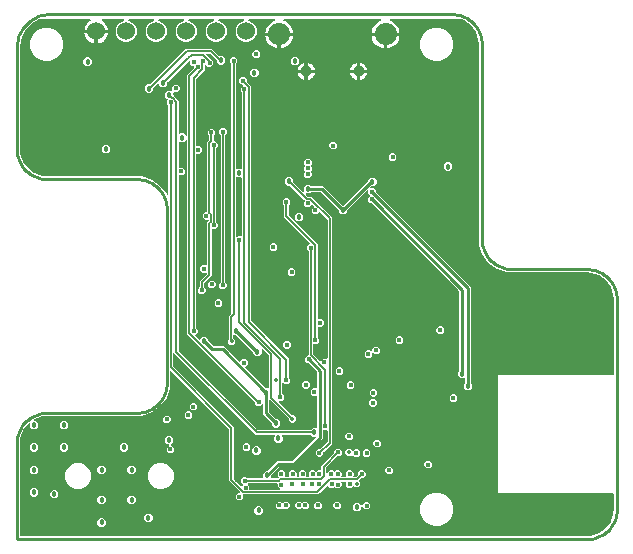
<source format=gbr>
G04 EAGLE Gerber RS-274X export*
G75*
%MOMM*%
%FSLAX34Y34*%
%LPD*%
%INCopper Layer 2*%
%IPPOS*%
%AMOC8*
5,1,8,0,0,1.08239X$1,22.5*%
G01*
%ADD10C,1.875000*%
%ADD11C,0.975000*%
%ADD12C,1.524000*%
%ADD13C,0.403200*%
%ADD14C,0.381000*%
%ADD15C,0.457200*%
%ADD16C,0.127000*%
%ADD17C,0.228600*%
%ADD18C,0.152400*%
%ADD19C,0.355600*%
%ADD20C,0.406400*%
%ADD21C,0.254000*%

G36*
X482622Y2544D02*
X482622Y2544D01*
X482660Y2543D01*
X486117Y2815D01*
X486122Y2817D01*
X486128Y2816D01*
X486292Y2850D01*
X492868Y4987D01*
X492899Y5003D01*
X492934Y5012D01*
X493080Y5095D01*
X498673Y9158D01*
X498698Y9184D01*
X498729Y9203D01*
X498842Y9327D01*
X502905Y14920D01*
X502921Y14952D01*
X502944Y14980D01*
X503013Y15132D01*
X505150Y21708D01*
X505151Y21713D01*
X505153Y21719D01*
X505185Y21883D01*
X505457Y25340D01*
X505455Y25362D01*
X505459Y25400D01*
X505459Y38100D01*
X505456Y38120D01*
X505458Y38139D01*
X505436Y38241D01*
X505420Y38343D01*
X505410Y38360D01*
X505406Y38380D01*
X505353Y38469D01*
X505304Y38560D01*
X505290Y38574D01*
X505280Y38591D01*
X505201Y38658D01*
X505126Y38730D01*
X505108Y38738D01*
X505093Y38751D01*
X504997Y38790D01*
X504903Y38833D01*
X504883Y38835D01*
X504865Y38843D01*
X504698Y38861D01*
X407161Y38861D01*
X407161Y138939D01*
X504698Y138939D01*
X504718Y138942D01*
X504737Y138940D01*
X504839Y138962D01*
X504941Y138979D01*
X504958Y138988D01*
X504978Y138992D01*
X505067Y139045D01*
X505158Y139094D01*
X505172Y139108D01*
X505189Y139118D01*
X505256Y139197D01*
X505328Y139272D01*
X505336Y139290D01*
X505349Y139305D01*
X505388Y139401D01*
X505431Y139495D01*
X505433Y139515D01*
X505441Y139533D01*
X505459Y139700D01*
X505459Y203200D01*
X505456Y203222D01*
X505457Y203260D01*
X505185Y206717D01*
X505183Y206722D01*
X505184Y206728D01*
X505150Y206892D01*
X503013Y213468D01*
X502997Y213499D01*
X502988Y213534D01*
X502905Y213680D01*
X498842Y219273D01*
X498816Y219298D01*
X498797Y219329D01*
X498673Y219442D01*
X493080Y223505D01*
X493048Y223521D01*
X493020Y223544D01*
X492868Y223613D01*
X486292Y225750D01*
X486287Y225751D01*
X486281Y225753D01*
X486117Y225785D01*
X482660Y226057D01*
X482638Y226055D01*
X482600Y226059D01*
X414675Y226059D01*
X406257Y228794D01*
X399097Y233997D01*
X393894Y241157D01*
X391159Y249575D01*
X391159Y419100D01*
X391156Y419122D01*
X391157Y419160D01*
X390885Y422617D01*
X390883Y422622D01*
X390884Y422628D01*
X390850Y422792D01*
X388713Y429368D01*
X388697Y429399D01*
X388688Y429434D01*
X388605Y429580D01*
X384542Y435173D01*
X384516Y435198D01*
X384497Y435229D01*
X384373Y435342D01*
X378780Y439405D01*
X378748Y439421D01*
X378720Y439444D01*
X378568Y439513D01*
X376627Y440144D01*
X376592Y440149D01*
X376558Y440163D01*
X376392Y440181D01*
X316490Y440181D01*
X316486Y440181D01*
X316482Y440181D01*
X316363Y440160D01*
X316247Y440142D01*
X316244Y440140D01*
X316240Y440139D01*
X316133Y440081D01*
X316030Y440026D01*
X316027Y440024D01*
X316024Y440022D01*
X315941Y439933D01*
X315861Y439848D01*
X315859Y439844D01*
X315856Y439842D01*
X315807Y439733D01*
X315757Y439625D01*
X315757Y439621D01*
X315755Y439617D01*
X315743Y439498D01*
X315730Y439381D01*
X315731Y439377D01*
X315730Y439373D01*
X315757Y439255D01*
X315782Y439140D01*
X315784Y439137D01*
X315785Y439133D01*
X315848Y439030D01*
X315908Y438929D01*
X315911Y438927D01*
X315914Y438923D01*
X316005Y438846D01*
X316095Y438769D01*
X316099Y438768D01*
X316102Y438765D01*
X316255Y438696D01*
X316782Y438525D01*
X318453Y437673D01*
X319971Y436571D01*
X321297Y435245D01*
X322399Y433727D01*
X323251Y432056D01*
X323830Y430272D01*
X324031Y429005D01*
X312970Y429005D01*
X312950Y429002D01*
X312931Y429004D01*
X312829Y428982D01*
X312727Y428965D01*
X312710Y428956D01*
X312690Y428952D01*
X312601Y428899D01*
X312510Y428850D01*
X312496Y428836D01*
X312479Y428826D01*
X312412Y428747D01*
X312341Y428672D01*
X312332Y428654D01*
X312319Y428639D01*
X312281Y428543D01*
X312237Y428449D01*
X312235Y428429D01*
X312227Y428411D01*
X312209Y428244D01*
X312209Y427481D01*
X312207Y427481D01*
X312207Y428244D01*
X312204Y428264D01*
X312206Y428283D01*
X312184Y428385D01*
X312167Y428487D01*
X312158Y428504D01*
X312154Y428524D01*
X312101Y428613D01*
X312052Y428704D01*
X312038Y428718D01*
X312028Y428735D01*
X311949Y428802D01*
X311874Y428873D01*
X311856Y428882D01*
X311841Y428895D01*
X311745Y428934D01*
X311651Y428977D01*
X311631Y428979D01*
X311613Y428987D01*
X311446Y429005D01*
X300385Y429005D01*
X300586Y430272D01*
X301165Y432056D01*
X302017Y433727D01*
X303119Y435245D01*
X304445Y436571D01*
X305963Y437673D01*
X307634Y438525D01*
X308161Y438696D01*
X308165Y438698D01*
X308169Y438699D01*
X308273Y438754D01*
X308380Y438809D01*
X308382Y438812D01*
X308386Y438814D01*
X308467Y438899D01*
X308551Y438985D01*
X308553Y438989D01*
X308555Y438992D01*
X308606Y439100D01*
X308657Y439207D01*
X308657Y439211D01*
X308659Y439215D01*
X308672Y439333D01*
X308686Y439452D01*
X308686Y439456D01*
X308686Y439459D01*
X308661Y439577D01*
X308637Y439692D01*
X308635Y439696D01*
X308634Y439700D01*
X308572Y439802D01*
X308513Y439905D01*
X308510Y439908D01*
X308508Y439911D01*
X308416Y439989D01*
X308327Y440067D01*
X308324Y440068D01*
X308321Y440071D01*
X308208Y440116D01*
X308100Y440161D01*
X308096Y440161D01*
X308093Y440163D01*
X307926Y440181D01*
X226490Y440181D01*
X226486Y440181D01*
X226482Y440181D01*
X226363Y440160D01*
X226247Y440142D01*
X226244Y440140D01*
X226240Y440139D01*
X226133Y440081D01*
X226030Y440026D01*
X226027Y440024D01*
X226024Y440022D01*
X225941Y439933D01*
X225861Y439848D01*
X225859Y439844D01*
X225856Y439842D01*
X225807Y439733D01*
X225757Y439625D01*
X225757Y439621D01*
X225755Y439617D01*
X225743Y439498D01*
X225730Y439381D01*
X225731Y439377D01*
X225730Y439373D01*
X225757Y439255D01*
X225782Y439140D01*
X225784Y439137D01*
X225785Y439133D01*
X225848Y439030D01*
X225908Y438929D01*
X225911Y438927D01*
X225914Y438923D01*
X226005Y438846D01*
X226095Y438769D01*
X226099Y438768D01*
X226102Y438765D01*
X226255Y438696D01*
X226782Y438525D01*
X228453Y437673D01*
X229971Y436571D01*
X231297Y435245D01*
X232399Y433727D01*
X233251Y432056D01*
X233830Y430272D01*
X234031Y429005D01*
X222970Y429005D01*
X222950Y429002D01*
X222931Y429004D01*
X222829Y428982D01*
X222727Y428965D01*
X222710Y428956D01*
X222690Y428952D01*
X222601Y428899D01*
X222510Y428850D01*
X222496Y428836D01*
X222479Y428826D01*
X222412Y428747D01*
X222341Y428672D01*
X222332Y428654D01*
X222319Y428639D01*
X222281Y428543D01*
X222237Y428449D01*
X222235Y428429D01*
X222227Y428411D01*
X222209Y428244D01*
X222209Y427481D01*
X222207Y427481D01*
X222207Y428244D01*
X222204Y428264D01*
X222206Y428283D01*
X222184Y428385D01*
X222167Y428487D01*
X222158Y428504D01*
X222154Y428524D01*
X222101Y428613D01*
X222052Y428704D01*
X222038Y428718D01*
X222028Y428735D01*
X221949Y428802D01*
X221874Y428873D01*
X221856Y428882D01*
X221841Y428895D01*
X221745Y428934D01*
X221651Y428977D01*
X221631Y428979D01*
X221613Y428987D01*
X221446Y429005D01*
X210385Y429005D01*
X210586Y430272D01*
X211165Y432056D01*
X212017Y433727D01*
X213119Y435245D01*
X214445Y436571D01*
X215963Y437673D01*
X217634Y438525D01*
X218161Y438696D01*
X218165Y438698D01*
X218169Y438699D01*
X218273Y438754D01*
X218380Y438809D01*
X218382Y438812D01*
X218386Y438814D01*
X218467Y438899D01*
X218551Y438985D01*
X218553Y438989D01*
X218555Y438992D01*
X218606Y439100D01*
X218657Y439207D01*
X218657Y439211D01*
X218659Y439215D01*
X218672Y439333D01*
X218686Y439452D01*
X218686Y439456D01*
X218686Y439459D01*
X218661Y439577D01*
X218637Y439692D01*
X218635Y439696D01*
X218634Y439700D01*
X218572Y439802D01*
X218513Y439905D01*
X218510Y439908D01*
X218508Y439911D01*
X218416Y439989D01*
X218327Y440067D01*
X218324Y440068D01*
X218321Y440071D01*
X218208Y440116D01*
X218100Y440161D01*
X218096Y440161D01*
X218093Y440163D01*
X217926Y440181D01*
X196712Y440181D01*
X196616Y440166D01*
X196519Y440156D01*
X196495Y440146D01*
X196469Y440142D01*
X196383Y440096D01*
X196294Y440056D01*
X196275Y440039D01*
X196252Y440026D01*
X196185Y439956D01*
X196113Y439890D01*
X196101Y439867D01*
X196083Y439848D01*
X196042Y439760D01*
X195995Y439674D01*
X195990Y439649D01*
X195979Y439625D01*
X195968Y439528D01*
X195951Y439432D01*
X195955Y439406D01*
X195952Y439381D01*
X195973Y439285D01*
X195987Y439189D01*
X195999Y439166D01*
X196004Y439140D01*
X196054Y439057D01*
X196098Y438970D01*
X196117Y438951D01*
X196130Y438929D01*
X196204Y438866D01*
X196274Y438798D01*
X196302Y438782D01*
X196317Y438769D01*
X196348Y438757D01*
X196421Y438717D01*
X199302Y437523D01*
X201803Y435022D01*
X203157Y431754D01*
X203157Y428218D01*
X201803Y424950D01*
X199302Y422449D01*
X196034Y421095D01*
X192498Y421095D01*
X189230Y422449D01*
X186729Y424950D01*
X185375Y428218D01*
X185375Y431754D01*
X186729Y435022D01*
X189230Y437523D01*
X192111Y438717D01*
X192194Y438768D01*
X192280Y438814D01*
X192298Y438833D01*
X192320Y438846D01*
X192382Y438921D01*
X192449Y438992D01*
X192460Y439016D01*
X192477Y439036D01*
X192512Y439127D01*
X192553Y439215D01*
X192556Y439241D01*
X192565Y439265D01*
X192569Y439363D01*
X192580Y439459D01*
X192575Y439485D01*
X192576Y439511D01*
X192549Y439605D01*
X192528Y439700D01*
X192514Y439722D01*
X192507Y439747D01*
X192452Y439827D01*
X192402Y439911D01*
X192382Y439928D01*
X192367Y439949D01*
X192289Y440008D01*
X192215Y440071D01*
X192190Y440081D01*
X192169Y440096D01*
X192077Y440126D01*
X191987Y440163D01*
X191954Y440166D01*
X191936Y440172D01*
X191903Y440172D01*
X191820Y440181D01*
X171312Y440181D01*
X171216Y440166D01*
X171119Y440156D01*
X171095Y440146D01*
X171069Y440142D01*
X170983Y440096D01*
X170894Y440056D01*
X170875Y440039D01*
X170852Y440026D01*
X170785Y439956D01*
X170713Y439890D01*
X170701Y439867D01*
X170683Y439848D01*
X170642Y439760D01*
X170595Y439674D01*
X170590Y439649D01*
X170579Y439625D01*
X170568Y439528D01*
X170551Y439432D01*
X170555Y439406D01*
X170552Y439381D01*
X170573Y439285D01*
X170587Y439189D01*
X170599Y439166D01*
X170604Y439140D01*
X170654Y439057D01*
X170698Y438970D01*
X170717Y438951D01*
X170730Y438929D01*
X170804Y438866D01*
X170874Y438798D01*
X170902Y438782D01*
X170917Y438769D01*
X170948Y438757D01*
X171021Y438717D01*
X173902Y437523D01*
X176403Y435022D01*
X177757Y431754D01*
X177757Y428218D01*
X176403Y424950D01*
X173902Y422449D01*
X170634Y421095D01*
X167098Y421095D01*
X163830Y422449D01*
X161329Y424950D01*
X159975Y428218D01*
X159975Y431754D01*
X161329Y435022D01*
X163830Y437523D01*
X166711Y438717D01*
X166794Y438768D01*
X166880Y438814D01*
X166898Y438833D01*
X166920Y438846D01*
X166982Y438921D01*
X167049Y438992D01*
X167060Y439016D01*
X167077Y439036D01*
X167112Y439127D01*
X167153Y439215D01*
X167156Y439241D01*
X167165Y439265D01*
X167169Y439363D01*
X167180Y439459D01*
X167175Y439485D01*
X167176Y439511D01*
X167149Y439605D01*
X167128Y439700D01*
X167114Y439722D01*
X167107Y439747D01*
X167052Y439827D01*
X167002Y439911D01*
X166982Y439928D01*
X166967Y439949D01*
X166889Y440008D01*
X166815Y440071D01*
X166790Y440081D01*
X166769Y440096D01*
X166677Y440126D01*
X166587Y440163D01*
X166554Y440166D01*
X166536Y440172D01*
X166503Y440172D01*
X166420Y440181D01*
X145912Y440181D01*
X145816Y440166D01*
X145719Y440156D01*
X145695Y440146D01*
X145669Y440142D01*
X145583Y440096D01*
X145494Y440056D01*
X145475Y440039D01*
X145452Y440026D01*
X145385Y439956D01*
X145313Y439890D01*
X145301Y439867D01*
X145283Y439848D01*
X145242Y439760D01*
X145195Y439674D01*
X145190Y439649D01*
X145179Y439625D01*
X145168Y439528D01*
X145151Y439432D01*
X145155Y439406D01*
X145152Y439381D01*
X145173Y439285D01*
X145187Y439189D01*
X145199Y439166D01*
X145204Y439140D01*
X145254Y439057D01*
X145298Y438970D01*
X145317Y438951D01*
X145330Y438929D01*
X145404Y438866D01*
X145474Y438798D01*
X145502Y438782D01*
X145517Y438769D01*
X145548Y438757D01*
X145621Y438717D01*
X148502Y437523D01*
X151003Y435022D01*
X152357Y431754D01*
X152357Y428218D01*
X151003Y424950D01*
X148502Y422449D01*
X145234Y421095D01*
X141698Y421095D01*
X138430Y422449D01*
X135929Y424950D01*
X134575Y428218D01*
X134575Y431754D01*
X135929Y435022D01*
X138430Y437523D01*
X141311Y438717D01*
X141394Y438768D01*
X141480Y438814D01*
X141498Y438833D01*
X141520Y438846D01*
X141582Y438921D01*
X141649Y438992D01*
X141660Y439016D01*
X141677Y439036D01*
X141712Y439127D01*
X141753Y439215D01*
X141756Y439241D01*
X141765Y439265D01*
X141769Y439363D01*
X141780Y439459D01*
X141775Y439485D01*
X141776Y439511D01*
X141749Y439605D01*
X141728Y439700D01*
X141714Y439722D01*
X141707Y439747D01*
X141652Y439827D01*
X141602Y439911D01*
X141582Y439928D01*
X141567Y439949D01*
X141489Y440008D01*
X141415Y440071D01*
X141390Y440081D01*
X141369Y440096D01*
X141277Y440126D01*
X141187Y440163D01*
X141154Y440166D01*
X141136Y440172D01*
X141103Y440172D01*
X141020Y440181D01*
X120512Y440181D01*
X120416Y440166D01*
X120319Y440156D01*
X120295Y440146D01*
X120269Y440142D01*
X120183Y440096D01*
X120094Y440056D01*
X120075Y440039D01*
X120052Y440026D01*
X119985Y439956D01*
X119913Y439890D01*
X119901Y439867D01*
X119883Y439848D01*
X119842Y439760D01*
X119795Y439674D01*
X119790Y439649D01*
X119779Y439625D01*
X119768Y439528D01*
X119751Y439432D01*
X119755Y439406D01*
X119752Y439381D01*
X119773Y439285D01*
X119787Y439189D01*
X119799Y439166D01*
X119804Y439140D01*
X119854Y439057D01*
X119898Y438970D01*
X119917Y438951D01*
X119930Y438929D01*
X120004Y438866D01*
X120074Y438798D01*
X120102Y438782D01*
X120117Y438769D01*
X120148Y438757D01*
X120221Y438717D01*
X123102Y437523D01*
X125603Y435022D01*
X126957Y431754D01*
X126957Y428218D01*
X125603Y424950D01*
X123102Y422449D01*
X119834Y421095D01*
X116298Y421095D01*
X113030Y422449D01*
X110529Y424950D01*
X109175Y428218D01*
X109175Y431754D01*
X110529Y435022D01*
X113030Y437523D01*
X115911Y438717D01*
X115994Y438768D01*
X116080Y438814D01*
X116098Y438833D01*
X116120Y438846D01*
X116182Y438921D01*
X116249Y438992D01*
X116260Y439016D01*
X116277Y439036D01*
X116312Y439127D01*
X116353Y439215D01*
X116356Y439241D01*
X116365Y439265D01*
X116369Y439363D01*
X116380Y439459D01*
X116375Y439485D01*
X116376Y439511D01*
X116349Y439605D01*
X116328Y439700D01*
X116314Y439722D01*
X116307Y439747D01*
X116252Y439827D01*
X116202Y439911D01*
X116182Y439928D01*
X116167Y439949D01*
X116089Y440008D01*
X116015Y440071D01*
X115990Y440081D01*
X115969Y440096D01*
X115877Y440126D01*
X115787Y440163D01*
X115754Y440166D01*
X115736Y440172D01*
X115703Y440172D01*
X115620Y440181D01*
X95112Y440181D01*
X95016Y440166D01*
X94919Y440156D01*
X94895Y440146D01*
X94869Y440142D01*
X94783Y440096D01*
X94694Y440056D01*
X94675Y440039D01*
X94652Y440026D01*
X94585Y439956D01*
X94513Y439890D01*
X94501Y439867D01*
X94483Y439848D01*
X94442Y439760D01*
X94395Y439674D01*
X94390Y439649D01*
X94379Y439625D01*
X94368Y439528D01*
X94351Y439432D01*
X94355Y439406D01*
X94352Y439381D01*
X94373Y439285D01*
X94387Y439189D01*
X94399Y439166D01*
X94404Y439140D01*
X94454Y439057D01*
X94498Y438970D01*
X94517Y438951D01*
X94530Y438929D01*
X94604Y438866D01*
X94674Y438798D01*
X94702Y438782D01*
X94717Y438769D01*
X94748Y438757D01*
X94821Y438717D01*
X97702Y437523D01*
X100203Y435022D01*
X101557Y431754D01*
X101557Y428218D01*
X100203Y424950D01*
X97702Y422449D01*
X94434Y421095D01*
X90898Y421095D01*
X87630Y422449D01*
X85129Y424950D01*
X83775Y428218D01*
X83775Y431754D01*
X85129Y435022D01*
X87630Y437523D01*
X90511Y438717D01*
X90594Y438768D01*
X90680Y438814D01*
X90698Y438833D01*
X90720Y438846D01*
X90782Y438921D01*
X90849Y438992D01*
X90860Y439016D01*
X90877Y439036D01*
X90912Y439127D01*
X90953Y439215D01*
X90956Y439241D01*
X90965Y439265D01*
X90969Y439363D01*
X90980Y439459D01*
X90975Y439485D01*
X90976Y439511D01*
X90949Y439605D01*
X90928Y439700D01*
X90914Y439722D01*
X90907Y439747D01*
X90852Y439827D01*
X90802Y439911D01*
X90782Y439928D01*
X90767Y439949D01*
X90689Y440008D01*
X90615Y440071D01*
X90590Y440081D01*
X90569Y440096D01*
X90477Y440126D01*
X90387Y440163D01*
X90354Y440166D01*
X90336Y440172D01*
X90303Y440172D01*
X90220Y440181D01*
X72808Y440181D01*
X72742Y440170D01*
X72674Y440169D01*
X72621Y440151D01*
X72566Y440142D01*
X72506Y440110D01*
X72442Y440087D01*
X72398Y440053D01*
X72348Y440026D01*
X72302Y439977D01*
X72248Y439936D01*
X72218Y439889D01*
X72179Y439848D01*
X72150Y439787D01*
X72113Y439730D01*
X72099Y439676D01*
X72075Y439625D01*
X72068Y439558D01*
X72051Y439492D01*
X72054Y439436D01*
X72048Y439381D01*
X72063Y439314D01*
X72067Y439247D01*
X72089Y439195D01*
X72100Y439140D01*
X72135Y439082D01*
X72161Y439019D01*
X72198Y438977D01*
X72227Y438929D01*
X72278Y438885D01*
X72323Y438834D01*
X72388Y438791D01*
X72414Y438769D01*
X72433Y438761D01*
X72463Y438742D01*
X72591Y438676D01*
X73885Y437736D01*
X75016Y436605D01*
X75956Y435311D01*
X76682Y433886D01*
X77177Y432365D01*
X77312Y431509D01*
X68028Y431509D01*
X68008Y431506D01*
X67989Y431508D01*
X67887Y431486D01*
X67785Y431469D01*
X67768Y431460D01*
X67748Y431456D01*
X67659Y431403D01*
X67568Y431354D01*
X67554Y431340D01*
X67537Y431330D01*
X67470Y431251D01*
X67399Y431176D01*
X67390Y431158D01*
X67377Y431143D01*
X67339Y431047D01*
X67295Y430953D01*
X67293Y430933D01*
X67285Y430915D01*
X67267Y430748D01*
X67267Y429985D01*
X67265Y429985D01*
X67265Y430748D01*
X67262Y430768D01*
X67264Y430787D01*
X67242Y430889D01*
X67225Y430991D01*
X67216Y431008D01*
X67212Y431028D01*
X67159Y431117D01*
X67110Y431208D01*
X67096Y431222D01*
X67086Y431239D01*
X67007Y431306D01*
X66932Y431377D01*
X66914Y431386D01*
X66899Y431399D01*
X66803Y431438D01*
X66709Y431481D01*
X66689Y431483D01*
X66671Y431491D01*
X66504Y431509D01*
X57220Y431509D01*
X57355Y432365D01*
X57850Y433886D01*
X58576Y435311D01*
X59516Y436605D01*
X60647Y437736D01*
X61941Y438676D01*
X62069Y438742D01*
X62124Y438782D01*
X62184Y438814D01*
X62222Y438854D01*
X62267Y438887D01*
X62306Y438943D01*
X62353Y438992D01*
X62377Y439043D01*
X62409Y439089D01*
X62428Y439154D01*
X62457Y439215D01*
X62463Y439271D01*
X62479Y439324D01*
X62476Y439392D01*
X62484Y439459D01*
X62472Y439514D01*
X62470Y439570D01*
X62446Y439634D01*
X62432Y439700D01*
X62403Y439748D01*
X62383Y439800D01*
X62340Y439853D01*
X62305Y439911D01*
X62263Y439947D01*
X62227Y439991D01*
X62170Y440027D01*
X62118Y440071D01*
X62066Y440092D01*
X62019Y440122D01*
X61953Y440137D01*
X61890Y440163D01*
X61812Y440171D01*
X61780Y440179D01*
X61759Y440177D01*
X61724Y440181D01*
X19528Y440181D01*
X19451Y440169D01*
X19373Y440165D01*
X19315Y440146D01*
X19285Y440142D01*
X19261Y440129D01*
X19214Y440114D01*
X14274Y437879D01*
X14245Y437859D01*
X14211Y437847D01*
X14075Y437748D01*
X8190Y432385D01*
X8168Y432357D01*
X8140Y432335D01*
X8041Y432199D01*
X4101Y425281D01*
X4089Y425247D01*
X4069Y425217D01*
X4017Y425058D01*
X2408Y417260D01*
X2408Y417254D01*
X2406Y417249D01*
X2393Y417082D01*
X2487Y414147D01*
X2502Y414070D01*
X2508Y413991D01*
X2526Y413950D01*
X2534Y413906D01*
X2541Y413895D01*
X2541Y412933D01*
X2545Y412905D01*
X2545Y412849D01*
X2643Y411967D01*
X2623Y411918D01*
X2587Y411853D01*
X2578Y411804D01*
X2559Y411758D01*
X2546Y411635D01*
X2541Y411611D01*
X2542Y411604D01*
X2541Y411592D01*
X2541Y330200D01*
X2544Y330178D01*
X2543Y330140D01*
X2815Y326683D01*
X2817Y326678D01*
X2816Y326672D01*
X2850Y326508D01*
X4987Y319932D01*
X5003Y319901D01*
X5012Y319866D01*
X5095Y319720D01*
X9158Y314127D01*
X9184Y314102D01*
X9203Y314071D01*
X9327Y313958D01*
X14920Y309895D01*
X14952Y309879D01*
X14980Y309856D01*
X15132Y309787D01*
X21708Y307650D01*
X21713Y307649D01*
X21719Y307647D01*
X21883Y307615D01*
X25340Y307343D01*
X25362Y307345D01*
X25400Y307341D01*
X106025Y307341D01*
X114443Y304606D01*
X121603Y299403D01*
X126806Y292243D01*
X126911Y291919D01*
X126913Y291915D01*
X126914Y291911D01*
X126969Y291807D01*
X127024Y291700D01*
X127027Y291697D01*
X127029Y291694D01*
X127115Y291612D01*
X127200Y291529D01*
X127204Y291527D01*
X127207Y291524D01*
X127315Y291474D01*
X127422Y291423D01*
X127426Y291422D01*
X127430Y291421D01*
X127547Y291408D01*
X127667Y291393D01*
X127671Y291394D01*
X127674Y291394D01*
X127790Y291419D01*
X127907Y291443D01*
X127911Y291445D01*
X127915Y291446D01*
X128017Y291507D01*
X128120Y291567D01*
X128123Y291570D01*
X128126Y291572D01*
X128204Y291663D01*
X128282Y291752D01*
X128283Y291756D01*
X128286Y291759D01*
X128330Y291869D01*
X128376Y291979D01*
X128376Y291983D01*
X128378Y291987D01*
X128396Y292154D01*
X128396Y367177D01*
X128392Y367206D01*
X128393Y367219D01*
X128381Y367274D01*
X128374Y367358D01*
X128362Y367388D01*
X128357Y367420D01*
X128344Y367443D01*
X128341Y367459D01*
X128308Y367513D01*
X128278Y367585D01*
X128252Y367617D01*
X128241Y367637D01*
X128225Y367653D01*
X128215Y367670D01*
X128198Y367684D01*
X128173Y367716D01*
X127126Y368763D01*
X127126Y371393D01*
X127416Y371683D01*
X127428Y371699D01*
X127443Y371712D01*
X127499Y371799D01*
X127560Y371883D01*
X127566Y371902D01*
X127576Y371919D01*
X127602Y372019D01*
X127632Y372118D01*
X127632Y372138D01*
X127636Y372157D01*
X127628Y372260D01*
X127626Y372364D01*
X127619Y372383D01*
X127617Y372403D01*
X127577Y372498D01*
X127541Y372595D01*
X127529Y372611D01*
X127521Y372629D01*
X127416Y372760D01*
X125475Y374701D01*
X125475Y377647D01*
X127559Y379731D01*
X130683Y379731D01*
X130703Y379734D01*
X130722Y379732D01*
X130824Y379754D01*
X130926Y379770D01*
X130943Y379780D01*
X130963Y379784D01*
X131052Y379837D01*
X131143Y379886D01*
X131157Y379900D01*
X131174Y379910D01*
X131241Y379989D01*
X131313Y380064D01*
X131321Y380082D01*
X131334Y380097D01*
X131373Y380193D01*
X131416Y380287D01*
X131418Y380307D01*
X131426Y380325D01*
X131444Y380492D01*
X131444Y383077D01*
X133305Y384938D01*
X135935Y384938D01*
X137796Y383077D01*
X137796Y380447D01*
X135935Y378586D01*
X133350Y378586D01*
X133330Y378583D01*
X133311Y378585D01*
X133209Y378563D01*
X133107Y378547D01*
X133090Y378537D01*
X133070Y378533D01*
X132981Y378480D01*
X132890Y378431D01*
X132876Y378417D01*
X132859Y378407D01*
X132792Y378328D01*
X132720Y378253D01*
X132712Y378235D01*
X132699Y378220D01*
X132660Y378124D01*
X132617Y378030D01*
X132615Y378010D01*
X132607Y377992D01*
X132589Y377825D01*
X132589Y376190D01*
X132603Y376100D01*
X132611Y376009D01*
X132623Y375979D01*
X132628Y375947D01*
X132671Y375866D01*
X132707Y375783D01*
X132733Y375750D01*
X132744Y375730D01*
X132767Y375708D01*
X132812Y375652D01*
X137034Y371430D01*
X137034Y344308D01*
X137045Y344237D01*
X137047Y344165D01*
X137065Y344116D01*
X137073Y344065D01*
X137107Y344001D01*
X137132Y343934D01*
X137164Y343893D01*
X137189Y343847D01*
X137240Y343798D01*
X137285Y343742D01*
X137329Y343714D01*
X137367Y343678D01*
X137432Y343648D01*
X137492Y343609D01*
X137543Y343596D01*
X137590Y343574D01*
X137661Y343566D01*
X137731Y343549D01*
X137783Y343553D01*
X137834Y343547D01*
X137905Y343563D01*
X137976Y343568D01*
X138024Y343588D01*
X138075Y343600D01*
X138136Y343636D01*
X138198Y343663D01*
X141173Y343663D01*
X142845Y341991D01*
X142903Y341949D01*
X142955Y341900D01*
X143002Y341878D01*
X143044Y341848D01*
X143113Y341827D01*
X143178Y341796D01*
X143230Y341791D01*
X143280Y341775D01*
X143351Y341777D01*
X143422Y341769D01*
X143473Y341780D01*
X143525Y341782D01*
X143593Y341806D01*
X143663Y341822D01*
X143708Y341848D01*
X143756Y341866D01*
X143812Y341911D01*
X143874Y341948D01*
X143908Y341987D01*
X143948Y342020D01*
X143987Y342080D01*
X144034Y342135D01*
X144053Y342183D01*
X144081Y342227D01*
X144099Y342296D01*
X144126Y342363D01*
X144134Y342434D01*
X144142Y342465D01*
X144140Y342489D01*
X144144Y342530D01*
X144144Y392947D01*
X150017Y398820D01*
X150070Y398894D01*
X150130Y398964D01*
X150142Y398994D01*
X150161Y399020D01*
X150188Y399107D01*
X150222Y399192D01*
X150226Y399233D01*
X150233Y399255D01*
X150232Y399287D01*
X150240Y399359D01*
X150240Y400177D01*
X150237Y400197D01*
X150239Y400216D01*
X150217Y400318D01*
X150201Y400420D01*
X150191Y400437D01*
X150187Y400457D01*
X150134Y400546D01*
X150085Y400637D01*
X150071Y400651D01*
X150061Y400668D01*
X149982Y400735D01*
X149907Y400807D01*
X149889Y400815D01*
X149874Y400828D01*
X149778Y400867D01*
X149684Y400910D01*
X149664Y400912D01*
X149646Y400920D01*
X149479Y400938D01*
X148545Y400938D01*
X146684Y402799D01*
X146684Y404354D01*
X146673Y404424D01*
X146671Y404496D01*
X146653Y404545D01*
X146645Y404596D01*
X146611Y404660D01*
X146586Y404727D01*
X146554Y404768D01*
X146529Y404814D01*
X146477Y404863D01*
X146433Y404919D01*
X146389Y404947D01*
X146351Y404983D01*
X146286Y405013D01*
X146226Y405052D01*
X146175Y405065D01*
X146128Y405087D01*
X146057Y405095D01*
X145987Y405112D01*
X145935Y405108D01*
X145884Y405114D01*
X145813Y405099D01*
X145742Y405093D01*
X145694Y405073D01*
X145643Y405062D01*
X145582Y405025D01*
X145516Y404997D01*
X145460Y404952D01*
X145432Y404936D01*
X145417Y404918D01*
X145385Y404892D01*
X127732Y387239D01*
X127679Y387165D01*
X127619Y387096D01*
X127607Y387065D01*
X127588Y387039D01*
X127561Y386952D01*
X127527Y386867D01*
X127523Y386826D01*
X127516Y386804D01*
X127517Y386772D01*
X127509Y386701D01*
X127509Y384861D01*
X125425Y382777D01*
X122479Y382777D01*
X120395Y384861D01*
X120395Y384903D01*
X120384Y384973D01*
X120382Y385045D01*
X120364Y385094D01*
X120356Y385145D01*
X120322Y385209D01*
X120297Y385276D01*
X120265Y385317D01*
X120240Y385363D01*
X120188Y385412D01*
X120144Y385468D01*
X120100Y385496D01*
X120062Y385532D01*
X119997Y385562D01*
X119937Y385601D01*
X119886Y385614D01*
X119839Y385636D01*
X119768Y385644D01*
X119698Y385661D01*
X119646Y385657D01*
X119595Y385663D01*
X119524Y385648D01*
X119453Y385642D01*
X119405Y385622D01*
X119354Y385611D01*
X119293Y385574D01*
X119227Y385546D01*
X119171Y385501D01*
X119143Y385484D01*
X119128Y385467D01*
X119096Y385441D01*
X115794Y382139D01*
X115741Y382065D01*
X115681Y381995D01*
X115669Y381965D01*
X115650Y381939D01*
X115623Y381852D01*
X115589Y381767D01*
X115585Y381726D01*
X115578Y381704D01*
X115579Y381672D01*
X115571Y381600D01*
X115571Y380035D01*
X113487Y377951D01*
X110541Y377951D01*
X108457Y380035D01*
X108457Y382981D01*
X110541Y385065D01*
X112655Y385065D01*
X112745Y385079D01*
X112836Y385087D01*
X112866Y385099D01*
X112898Y385104D01*
X112978Y385147D01*
X113062Y385183D01*
X113094Y385209D01*
X113115Y385220D01*
X113137Y385243D01*
X113193Y385288D01*
X143069Y415164D01*
X165547Y415164D01*
X171547Y409164D01*
X171621Y409111D01*
X171690Y409051D01*
X171721Y409039D01*
X171747Y409020D01*
X171834Y408993D01*
X171919Y408959D01*
X171960Y408955D01*
X171982Y408948D01*
X172014Y408949D01*
X172085Y408941D01*
X174447Y408941D01*
X176531Y406857D01*
X176531Y403911D01*
X174447Y401827D01*
X171501Y401827D01*
X169417Y403911D01*
X169417Y405229D01*
X169403Y405319D01*
X169395Y405410D01*
X169383Y405439D01*
X169378Y405471D01*
X169335Y405552D01*
X169299Y405636D01*
X169273Y405668D01*
X169262Y405689D01*
X169239Y405711D01*
X169233Y405718D01*
X169224Y405733D01*
X169215Y405741D01*
X169194Y405767D01*
X164086Y410875D01*
X164012Y410928D01*
X163943Y410988D01*
X163912Y411000D01*
X163886Y411019D01*
X163799Y411046D01*
X163714Y411080D01*
X163673Y411084D01*
X163651Y411091D01*
X163619Y411090D01*
X163548Y411098D01*
X161284Y411098D01*
X161213Y411087D01*
X161142Y411085D01*
X161093Y411067D01*
X161041Y411059D01*
X160978Y411025D01*
X160911Y411000D01*
X160870Y410968D01*
X160824Y410943D01*
X160775Y410891D01*
X160719Y410847D01*
X160690Y410803D01*
X160655Y410765D01*
X160624Y410700D01*
X160586Y410640D01*
X160573Y410589D01*
X160551Y410542D01*
X160543Y410471D01*
X160526Y410401D01*
X160530Y410349D01*
X160524Y410298D01*
X160539Y410227D01*
X160545Y410156D01*
X160565Y410108D01*
X160576Y410057D01*
X160613Y409996D01*
X160641Y409930D01*
X160686Y409874D01*
X160702Y409846D01*
X160720Y409831D01*
X160746Y409799D01*
X163794Y406751D01*
X163868Y406698D01*
X163937Y406638D01*
X163967Y406626D01*
X163994Y406607D01*
X164081Y406580D01*
X164165Y406546D01*
X164206Y406542D01*
X164229Y406535D01*
X164261Y406536D01*
X164332Y406528D01*
X164637Y406528D01*
X166498Y404667D01*
X166498Y402037D01*
X164637Y400176D01*
X162007Y400176D01*
X160431Y401752D01*
X160373Y401793D01*
X160321Y401843D01*
X160274Y401865D01*
X160232Y401895D01*
X160163Y401916D01*
X160098Y401946D01*
X160046Y401952D01*
X159996Y401967D01*
X159925Y401966D01*
X159854Y401974D01*
X159803Y401962D01*
X159751Y401961D01*
X159683Y401936D01*
X159613Y401921D01*
X159568Y401895D01*
X159520Y401877D01*
X159464Y401832D01*
X159402Y401795D01*
X159368Y401756D01*
X159328Y401723D01*
X159289Y401663D01*
X159242Y401608D01*
X159223Y401560D01*
X159195Y401516D01*
X159177Y401447D01*
X159150Y401380D01*
X159142Y401309D01*
X159134Y401278D01*
X159136Y401254D01*
X159132Y401213D01*
X159132Y397174D01*
X151989Y390031D01*
X151936Y389957D01*
X151876Y389888D01*
X151864Y389858D01*
X151845Y389832D01*
X151818Y389745D01*
X151784Y389660D01*
X151780Y389619D01*
X151773Y389597D01*
X151774Y389564D01*
X151766Y389493D01*
X151766Y333629D01*
X151769Y333609D01*
X151767Y333590D01*
X151789Y333488D01*
X151805Y333386D01*
X151815Y333369D01*
X151819Y333349D01*
X151872Y333260D01*
X151921Y333169D01*
X151935Y333155D01*
X151945Y333138D01*
X152024Y333071D01*
X152099Y332999D01*
X152117Y332991D01*
X152132Y332978D01*
X152228Y332939D01*
X152322Y332896D01*
X152342Y332894D01*
X152360Y332886D01*
X152527Y332868D01*
X154985Y332868D01*
X156846Y331007D01*
X156846Y328377D01*
X154985Y326516D01*
X152527Y326516D01*
X152507Y326513D01*
X152488Y326515D01*
X152386Y326493D01*
X152284Y326477D01*
X152267Y326467D01*
X152247Y326463D01*
X152158Y326410D01*
X152067Y326361D01*
X152053Y326347D01*
X152036Y326337D01*
X151969Y326258D01*
X151897Y326183D01*
X151889Y326165D01*
X151876Y326150D01*
X151837Y326054D01*
X151794Y325960D01*
X151792Y325940D01*
X151784Y325922D01*
X151766Y325755D01*
X151766Y178923D01*
X151780Y178833D01*
X151788Y178742D01*
X151800Y178712D01*
X151805Y178680D01*
X151848Y178599D01*
X151884Y178515D01*
X151910Y178483D01*
X151921Y178463D01*
X151944Y178440D01*
X151989Y178384D01*
X153036Y177337D01*
X153036Y174707D01*
X151297Y172968D01*
X151286Y172952D01*
X151270Y172940D01*
X151214Y172852D01*
X151154Y172768D01*
X151148Y172749D01*
X151137Y172733D01*
X151112Y172632D01*
X151081Y172533D01*
X151082Y172513D01*
X151077Y172494D01*
X151085Y172391D01*
X151088Y172287D01*
X151095Y172269D01*
X151096Y172249D01*
X151137Y172154D01*
X151172Y172056D01*
X151185Y172041D01*
X151193Y172023D01*
X151297Y171892D01*
X153969Y169220D01*
X153985Y169208D01*
X153998Y169193D01*
X154085Y169136D01*
X154169Y169076D01*
X154188Y169070D01*
X154205Y169060D01*
X154305Y169034D01*
X154404Y169004D01*
X154424Y169004D01*
X154443Y168999D01*
X154546Y169008D01*
X154650Y169010D01*
X154669Y169017D01*
X154688Y169019D01*
X154783Y169059D01*
X154881Y169095D01*
X154897Y169107D01*
X154915Y169115D01*
X155046Y169220D01*
X157277Y171451D01*
X160223Y171451D01*
X162307Y169367D01*
X162307Y168066D01*
X162321Y167976D01*
X162329Y167885D01*
X162341Y167855D01*
X162346Y167823D01*
X162389Y167743D01*
X162425Y167659D01*
X162451Y167627D01*
X162462Y167606D01*
X162485Y167584D01*
X162530Y167528D01*
X166385Y163673D01*
X166459Y163620D01*
X166528Y163560D01*
X166558Y163548D01*
X166585Y163529D01*
X166672Y163502D01*
X166756Y163468D01*
X166797Y163464D01*
X166820Y163457D01*
X166852Y163458D01*
X166923Y163450D01*
X175244Y163450D01*
X176881Y161813D01*
X188057Y150637D01*
X188115Y150595D01*
X188167Y150546D01*
X188214Y150524D01*
X188256Y150493D01*
X188325Y150472D01*
X188390Y150442D01*
X188442Y150436D01*
X188492Y150421D01*
X188563Y150423D01*
X188634Y150415D01*
X188685Y150426D01*
X188737Y150427D01*
X188805Y150452D01*
X188875Y150467D01*
X188920Y150494D01*
X188968Y150512D01*
X189024Y150557D01*
X189086Y150593D01*
X189120Y150633D01*
X189160Y150665D01*
X189199Y150726D01*
X189246Y150780D01*
X189265Y150829D01*
X189269Y150834D01*
X191217Y152782D01*
X193847Y152782D01*
X195708Y150921D01*
X195708Y148291D01*
X193762Y146345D01*
X193728Y146332D01*
X193687Y146300D01*
X193641Y146275D01*
X193592Y146223D01*
X193536Y146179D01*
X193507Y146135D01*
X193472Y146097D01*
X193441Y146032D01*
X193403Y145972D01*
X193390Y145921D01*
X193368Y145874D01*
X193360Y145803D01*
X193343Y145733D01*
X193347Y145681D01*
X193341Y145630D01*
X193356Y145559D01*
X193362Y145488D01*
X193382Y145440D01*
X193393Y145389D01*
X193430Y145328D01*
X193458Y145262D01*
X193503Y145206D01*
X193519Y145178D01*
X193530Y145169D01*
X193533Y145165D01*
X193542Y145157D01*
X193563Y145131D01*
X210708Y127986D01*
X210782Y127933D01*
X210851Y127873D01*
X210881Y127861D01*
X210908Y127842D01*
X210995Y127815D01*
X211079Y127781D01*
X211120Y127777D01*
X211143Y127770D01*
X211175Y127771D01*
X211246Y127763D01*
X212598Y127763D01*
X212618Y127766D01*
X212637Y127764D01*
X212739Y127786D01*
X212841Y127802D01*
X212858Y127812D01*
X212878Y127816D01*
X212967Y127869D01*
X213058Y127918D01*
X213072Y127932D01*
X213089Y127942D01*
X213156Y128021D01*
X213228Y128096D01*
X213236Y128114D01*
X213249Y128129D01*
X213288Y128225D01*
X213331Y128319D01*
X213333Y128339D01*
X213341Y128357D01*
X213359Y128524D01*
X213359Y155522D01*
X213345Y155613D01*
X213337Y155703D01*
X213325Y155733D01*
X213320Y155765D01*
X213277Y155846D01*
X213241Y155930D01*
X213215Y155962D01*
X213204Y155983D01*
X213181Y156005D01*
X213136Y156061D01*
X208564Y160633D01*
X208506Y160675D01*
X208454Y160724D01*
X208407Y160746D01*
X208365Y160776D01*
X208296Y160797D01*
X208231Y160828D01*
X208179Y160833D01*
X208129Y160849D01*
X208058Y160847D01*
X207987Y160855D01*
X207936Y160844D01*
X207884Y160842D01*
X207816Y160818D01*
X207746Y160802D01*
X207701Y160776D01*
X207653Y160758D01*
X207597Y160713D01*
X207535Y160676D01*
X207501Y160637D01*
X207461Y160604D01*
X207422Y160544D01*
X207375Y160489D01*
X207356Y160441D01*
X207328Y160397D01*
X207310Y160328D01*
X207283Y160261D01*
X207275Y160190D01*
X207267Y160159D01*
X207269Y160135D01*
X207265Y160094D01*
X207265Y157023D01*
X205181Y154939D01*
X202235Y154939D01*
X200151Y157023D01*
X200151Y157816D01*
X200137Y157906D01*
X200129Y157997D01*
X200117Y158027D01*
X200112Y158059D01*
X200069Y158139D01*
X200033Y158223D01*
X200007Y158255D01*
X199996Y158276D01*
X199973Y158298D01*
X199957Y158319D01*
X199952Y158327D01*
X199947Y158331D01*
X199928Y158354D01*
X185786Y172496D01*
X185712Y172549D01*
X185643Y172609D01*
X185613Y172621D01*
X185586Y172640D01*
X185499Y172667D01*
X185415Y172701D01*
X185374Y172705D01*
X185351Y172712D01*
X185319Y172711D01*
X185248Y172719D01*
X183896Y172719D01*
X183876Y172716D01*
X183857Y172718D01*
X183755Y172696D01*
X183653Y172680D01*
X183636Y172670D01*
X183616Y172666D01*
X183527Y172613D01*
X183436Y172564D01*
X183422Y172550D01*
X183405Y172540D01*
X183338Y172461D01*
X183266Y172386D01*
X183258Y172368D01*
X183245Y172353D01*
X183206Y172257D01*
X183163Y172163D01*
X183161Y172143D01*
X183153Y172125D01*
X183135Y171958D01*
X183135Y171250D01*
X183149Y171160D01*
X183157Y171069D01*
X183169Y171039D01*
X183174Y171007D01*
X183217Y170927D01*
X183253Y170843D01*
X183279Y170811D01*
X183290Y170790D01*
X183313Y170768D01*
X183358Y170712D01*
X185167Y168903D01*
X185167Y166377D01*
X183381Y164591D01*
X180855Y164591D01*
X179069Y166377D01*
X179069Y168903D01*
X179100Y168934D01*
X179153Y169008D01*
X179213Y169077D01*
X179225Y169107D01*
X179244Y169134D01*
X179271Y169221D01*
X179305Y169305D01*
X179309Y169346D01*
X179316Y169369D01*
X179315Y169401D01*
X179323Y169472D01*
X179323Y188931D01*
X181513Y191121D01*
X181566Y191195D01*
X181626Y191264D01*
X181638Y191294D01*
X181657Y191320D01*
X181684Y191407D01*
X181718Y191492D01*
X181722Y191533D01*
X181729Y191555D01*
X181728Y191588D01*
X181736Y191659D01*
X181736Y402229D01*
X181735Y402236D01*
X181735Y402239D01*
X181722Y402319D01*
X181714Y402410D01*
X181702Y402440D01*
X181697Y402472D01*
X181654Y402553D01*
X181618Y402637D01*
X181592Y402669D01*
X181581Y402689D01*
X181558Y402712D01*
X181513Y402768D01*
X180466Y403815D01*
X180466Y406445D01*
X182327Y408306D01*
X184957Y408306D01*
X186818Y406445D01*
X186818Y403815D01*
X185771Y402768D01*
X185718Y402694D01*
X185658Y402624D01*
X185646Y402594D01*
X185627Y402568D01*
X185600Y402481D01*
X185566Y402396D01*
X185562Y402355D01*
X185555Y402333D01*
X185556Y402301D01*
X185548Y402229D01*
X185548Y314082D01*
X185559Y314011D01*
X185561Y313939D01*
X185579Y313890D01*
X185587Y313839D01*
X185621Y313775D01*
X185646Y313708D01*
X185678Y313667D01*
X185703Y313621D01*
X185754Y313572D01*
X185799Y313516D01*
X185843Y313488D01*
X185881Y313452D01*
X185946Y313422D01*
X186006Y313383D01*
X186057Y313370D01*
X186104Y313348D01*
X186175Y313340D01*
X186245Y313323D01*
X186297Y313327D01*
X186348Y313321D01*
X186419Y313337D01*
X186490Y313342D01*
X186538Y313362D01*
X186589Y313374D01*
X186650Y313410D01*
X186712Y313437D01*
X189865Y313437D01*
X189885Y313440D01*
X189904Y313438D01*
X190006Y313460D01*
X190108Y313476D01*
X190125Y313486D01*
X190145Y313490D01*
X190234Y313543D01*
X190325Y313592D01*
X190339Y313606D01*
X190356Y313616D01*
X190423Y313695D01*
X190495Y313770D01*
X190503Y313788D01*
X190516Y313803D01*
X190555Y313899D01*
X190598Y313993D01*
X190600Y314013D01*
X190608Y314031D01*
X190626Y314198D01*
X190626Y378353D01*
X190612Y378443D01*
X190604Y378534D01*
X190592Y378564D01*
X190587Y378596D01*
X190544Y378677D01*
X190508Y378761D01*
X190482Y378793D01*
X190471Y378813D01*
X190448Y378836D01*
X190403Y378892D01*
X189610Y379685D01*
X189610Y382315D01*
X191186Y383891D01*
X191227Y383949D01*
X191277Y384001D01*
X191299Y384048D01*
X191329Y384090D01*
X191350Y384159D01*
X191380Y384224D01*
X191386Y384276D01*
X191401Y384326D01*
X191400Y384397D01*
X191408Y384468D01*
X191396Y384519D01*
X191395Y384571D01*
X191370Y384639D01*
X191355Y384709D01*
X191329Y384754D01*
X191311Y384802D01*
X191266Y384858D01*
X191229Y384920D01*
X191190Y384954D01*
X191157Y384994D01*
X191097Y385033D01*
X191042Y385080D01*
X190994Y385099D01*
X190950Y385127D01*
X190881Y385145D01*
X190814Y385172D01*
X190743Y385180D01*
X190712Y385188D01*
X190688Y385186D01*
X190647Y385190D01*
X190201Y385190D01*
X188340Y387051D01*
X188340Y389681D01*
X190201Y391542D01*
X192831Y391542D01*
X194692Y389681D01*
X194692Y387947D01*
X194706Y387857D01*
X194714Y387766D01*
X194726Y387736D01*
X194731Y387704D01*
X194774Y387623D01*
X194810Y387539D01*
X194836Y387507D01*
X194847Y387487D01*
X194870Y387464D01*
X194915Y387408D01*
X198502Y383821D01*
X198502Y185001D01*
X198516Y184911D01*
X198524Y184820D01*
X198536Y184790D01*
X198541Y184758D01*
X198584Y184677D01*
X198620Y184593D01*
X198646Y184561D01*
X198657Y184541D01*
X198680Y184518D01*
X198725Y184462D01*
X230252Y152935D01*
X230252Y137521D01*
X230266Y137431D01*
X230274Y137340D01*
X230286Y137310D01*
X230291Y137278D01*
X230334Y137197D01*
X230370Y137113D01*
X230396Y137081D01*
X230407Y137061D01*
X230430Y137038D01*
X230475Y136982D01*
X231522Y135935D01*
X231522Y133305D01*
X229661Y131444D01*
X227031Y131444D01*
X226217Y132258D01*
X226159Y132299D01*
X226107Y132349D01*
X226060Y132371D01*
X226018Y132401D01*
X225949Y132422D01*
X225884Y132452D01*
X225832Y132458D01*
X225782Y132473D01*
X225711Y132472D01*
X225640Y132480D01*
X225589Y132468D01*
X225537Y132467D01*
X225469Y132442D01*
X225399Y132427D01*
X225354Y132401D01*
X225306Y132383D01*
X225250Y132338D01*
X225188Y132301D01*
X225154Y132262D01*
X225114Y132229D01*
X225075Y132169D01*
X225028Y132114D01*
X225009Y132066D01*
X224981Y132022D01*
X224963Y131953D01*
X224936Y131886D01*
X224928Y131815D01*
X224920Y131784D01*
X224922Y131760D01*
X224918Y131719D01*
X224918Y123297D01*
X224932Y123207D01*
X224940Y123116D01*
X224952Y123086D01*
X224957Y123054D01*
X225000Y122973D01*
X225036Y122889D01*
X225062Y122857D01*
X225073Y122837D01*
X225096Y122814D01*
X225141Y122758D01*
X226442Y121457D01*
X226442Y118827D01*
X224581Y116966D01*
X222847Y116966D01*
X222776Y116955D01*
X222704Y116953D01*
X222655Y116935D01*
X222604Y116927D01*
X222541Y116893D01*
X222473Y116868D01*
X222433Y116836D01*
X222387Y116811D01*
X222337Y116759D01*
X222281Y116715D01*
X222253Y116671D01*
X222217Y116633D01*
X222187Y116568D01*
X222148Y116508D01*
X222135Y116457D01*
X222114Y116410D01*
X222106Y116339D01*
X222088Y116269D01*
X222092Y116217D01*
X222086Y116166D01*
X222102Y116095D01*
X222107Y116024D01*
X222128Y115976D01*
X222139Y115925D01*
X222176Y115864D01*
X222204Y115798D01*
X222248Y115742D01*
X222265Y115714D01*
X222283Y115699D01*
X222308Y115667D01*
X232849Y105126D01*
X232923Y105073D01*
X232993Y105013D01*
X233023Y105001D01*
X233049Y104982D01*
X233136Y104955D01*
X233221Y104921D01*
X233262Y104917D01*
X233284Y104910D01*
X233316Y104911D01*
X233388Y104903D01*
X234689Y104903D01*
X236475Y103117D01*
X236475Y100591D01*
X234689Y98805D01*
X232163Y98805D01*
X230377Y100591D01*
X230377Y101892D01*
X230363Y101982D01*
X230355Y102073D01*
X230343Y102103D01*
X230338Y102135D01*
X230295Y102216D01*
X230259Y102300D01*
X230233Y102332D01*
X230222Y102352D01*
X230199Y102375D01*
X230154Y102431D01*
X214787Y117798D01*
X214729Y117839D01*
X214677Y117889D01*
X214630Y117911D01*
X214588Y117941D01*
X214519Y117962D01*
X214454Y117992D01*
X214402Y117998D01*
X214352Y118014D01*
X214281Y118012D01*
X214210Y118020D01*
X214159Y118009D01*
X214107Y118007D01*
X214039Y117983D01*
X213969Y117967D01*
X213924Y117941D01*
X213876Y117923D01*
X213820Y117878D01*
X213758Y117841D01*
X213724Y117802D01*
X213684Y117769D01*
X213645Y117709D01*
X213598Y117654D01*
X213579Y117606D01*
X213551Y117562D01*
X213533Y117493D01*
X213506Y117426D01*
X213498Y117355D01*
X213490Y117324D01*
X213492Y117300D01*
X213488Y117259D01*
X213488Y107995D01*
X213502Y107905D01*
X213510Y107814D01*
X213522Y107784D01*
X213527Y107752D01*
X213570Y107672D01*
X213606Y107588D01*
X213632Y107556D01*
X213643Y107535D01*
X213666Y107513D01*
X213711Y107457D01*
X219344Y101824D01*
X219418Y101771D01*
X219487Y101711D01*
X219517Y101699D01*
X219544Y101680D01*
X219631Y101653D01*
X219715Y101619D01*
X219756Y101615D01*
X219779Y101608D01*
X219811Y101609D01*
X219882Y101601D01*
X221183Y101601D01*
X223267Y99517D01*
X223267Y96571D01*
X221183Y94487D01*
X218237Y94487D01*
X216153Y96571D01*
X216153Y97872D01*
X216139Y97962D01*
X216131Y98053D01*
X216119Y98083D01*
X216114Y98115D01*
X216071Y98195D01*
X216035Y98279D01*
X216009Y98311D01*
X215998Y98332D01*
X215975Y98354D01*
X215930Y98410D01*
X208660Y105680D01*
X208660Y113685D01*
X208657Y113704D01*
X208659Y113723D01*
X208648Y113773D01*
X208647Y113828D01*
X208629Y113877D01*
X208621Y113928D01*
X208610Y113947D01*
X208607Y113963D01*
X208582Y114005D01*
X208562Y114059D01*
X208530Y114099D01*
X208505Y114145D01*
X208488Y114162D01*
X208481Y114174D01*
X208446Y114204D01*
X208409Y114251D01*
X208365Y114279D01*
X208327Y114315D01*
X208304Y114326D01*
X208294Y114334D01*
X208254Y114350D01*
X208202Y114384D01*
X208151Y114396D01*
X208104Y114418D01*
X208077Y114421D01*
X208066Y114426D01*
X208009Y114432D01*
X207963Y114444D01*
X207929Y114441D01*
X207899Y114444D01*
X207897Y114444D01*
X207886Y114443D01*
X207860Y114446D01*
X207789Y114430D01*
X207718Y114425D01*
X207682Y114409D01*
X207654Y114405D01*
X207642Y114398D01*
X207619Y114393D01*
X207558Y114356D01*
X207492Y114328D01*
X207456Y114300D01*
X207437Y114290D01*
X207425Y114277D01*
X207408Y114267D01*
X207393Y114249D01*
X207361Y114224D01*
X206039Y112902D01*
X203409Y112902D01*
X201548Y114763D01*
X201548Y115935D01*
X201534Y116025D01*
X201526Y116116D01*
X201514Y116146D01*
X201509Y116178D01*
X201466Y116259D01*
X201430Y116342D01*
X201404Y116375D01*
X201393Y116395D01*
X201370Y116417D01*
X201325Y116473D01*
X144144Y173654D01*
X144144Y337682D01*
X144133Y337753D01*
X144131Y337825D01*
X144113Y337874D01*
X144105Y337925D01*
X144071Y337989D01*
X144046Y338056D01*
X144014Y338097D01*
X143989Y338143D01*
X143937Y338192D01*
X143893Y338248D01*
X143849Y338276D01*
X143811Y338312D01*
X143746Y338342D01*
X143686Y338381D01*
X143635Y338394D01*
X143588Y338416D01*
X143517Y338424D01*
X143447Y338441D01*
X143395Y338437D01*
X143344Y338443D01*
X143273Y338427D01*
X143202Y338422D01*
X143154Y338402D01*
X143103Y338390D01*
X143042Y338354D01*
X142976Y338326D01*
X142920Y338281D01*
X142892Y338264D01*
X142877Y338246D01*
X142845Y338221D01*
X141173Y336549D01*
X138190Y336549D01*
X138176Y336556D01*
X138134Y336586D01*
X138065Y336607D01*
X138000Y336638D01*
X137948Y336643D01*
X137899Y336659D01*
X137827Y336657D01*
X137756Y336665D01*
X137705Y336654D01*
X137653Y336652D01*
X137585Y336628D01*
X137515Y336612D01*
X137470Y336586D01*
X137422Y336568D01*
X137366Y336523D01*
X137304Y336486D01*
X137270Y336447D01*
X137230Y336414D01*
X137191Y336354D01*
X137144Y336299D01*
X137125Y336251D01*
X137097Y336207D01*
X137079Y336138D01*
X137052Y336071D01*
X137044Y336000D01*
X137036Y335969D01*
X137038Y335945D01*
X137034Y335904D01*
X137034Y315341D01*
X137037Y315321D01*
X137035Y315302D01*
X137057Y315200D01*
X137073Y315098D01*
X137083Y315081D01*
X137087Y315061D01*
X137140Y314972D01*
X137189Y314881D01*
X137203Y314867D01*
X137213Y314850D01*
X137292Y314783D01*
X137367Y314711D01*
X137385Y314703D01*
X137400Y314690D01*
X137496Y314651D01*
X137590Y314608D01*
X137610Y314606D01*
X137628Y314598D01*
X137795Y314580D01*
X140507Y314580D01*
X142368Y312719D01*
X142368Y310089D01*
X140507Y308228D01*
X137795Y308228D01*
X137775Y308225D01*
X137756Y308227D01*
X137654Y308205D01*
X137552Y308189D01*
X137535Y308179D01*
X137515Y308175D01*
X137426Y308122D01*
X137335Y308073D01*
X137321Y308059D01*
X137304Y308049D01*
X137237Y307970D01*
X137165Y307895D01*
X137157Y307877D01*
X137144Y307862D01*
X137105Y307766D01*
X137062Y307672D01*
X137060Y307652D01*
X137052Y307634D01*
X137034Y307467D01*
X137034Y159764D01*
X137048Y159674D01*
X137056Y159583D01*
X137068Y159554D01*
X137073Y159522D01*
X137116Y159441D01*
X137152Y159357D01*
X137178Y159325D01*
X137189Y159304D01*
X137212Y159282D01*
X137257Y159226D01*
X203803Y92680D01*
X203877Y92627D01*
X203947Y92567D01*
X203977Y92555D01*
X204003Y92536D01*
X204090Y92509D01*
X204175Y92475D01*
X204216Y92471D01*
X204238Y92464D01*
X204270Y92465D01*
X204341Y92457D01*
X248655Y92457D01*
X248746Y92471D01*
X248836Y92479D01*
X248866Y92491D01*
X248898Y92496D01*
X248979Y92539D01*
X249063Y92575D01*
X249095Y92601D01*
X249116Y92612D01*
X249138Y92635D01*
X249194Y92680D01*
X250495Y93981D01*
X253492Y93981D01*
X253512Y93984D01*
X253531Y93982D01*
X253633Y94004D01*
X253735Y94020D01*
X253752Y94030D01*
X253772Y94034D01*
X253861Y94087D01*
X253952Y94136D01*
X253966Y94150D01*
X253983Y94160D01*
X254050Y94239D01*
X254122Y94314D01*
X254130Y94332D01*
X254143Y94347D01*
X254182Y94443D01*
X254225Y94537D01*
X254227Y94557D01*
X254235Y94575D01*
X254253Y94742D01*
X254253Y120777D01*
X254250Y120797D01*
X254252Y120816D01*
X254230Y120918D01*
X254214Y121020D01*
X254204Y121037D01*
X254200Y121057D01*
X254147Y121146D01*
X254098Y121237D01*
X254084Y121251D01*
X254074Y121268D01*
X253995Y121335D01*
X253920Y121407D01*
X253902Y121415D01*
X253887Y121428D01*
X253791Y121467D01*
X253697Y121510D01*
X253677Y121512D01*
X253659Y121520D01*
X253492Y121538D01*
X250653Y121538D01*
X248792Y123399D01*
X248792Y126029D01*
X250653Y127890D01*
X253492Y127890D01*
X253512Y127893D01*
X253531Y127891D01*
X253633Y127913D01*
X253735Y127929D01*
X253752Y127939D01*
X253772Y127943D01*
X253861Y127996D01*
X253952Y128045D01*
X253966Y128059D01*
X253983Y128069D01*
X254050Y128148D01*
X254122Y128223D01*
X254130Y128241D01*
X254143Y128256D01*
X254181Y128352D01*
X254225Y128446D01*
X254227Y128466D01*
X254235Y128484D01*
X254253Y128651D01*
X254253Y141433D01*
X254239Y141523D01*
X254231Y141614D01*
X254219Y141644D01*
X254214Y141676D01*
X254171Y141756D01*
X254135Y141840D01*
X254109Y141872D01*
X254098Y141893D01*
X254075Y141915D01*
X254030Y141971D01*
X247000Y149001D01*
X246926Y149054D01*
X246857Y149114D01*
X246827Y149126D01*
X246800Y149145D01*
X246713Y149172D01*
X246629Y149206D01*
X246588Y149210D01*
X246565Y149217D01*
X246533Y149216D01*
X246462Y149224D01*
X245700Y149224D01*
X243839Y151085D01*
X243839Y153715D01*
X245700Y155576D01*
X246253Y155576D01*
X246273Y155579D01*
X246292Y155577D01*
X246394Y155599D01*
X246496Y155615D01*
X246513Y155625D01*
X246533Y155629D01*
X246622Y155682D01*
X246713Y155731D01*
X246727Y155745D01*
X246744Y155755D01*
X246811Y155834D01*
X246883Y155909D01*
X246891Y155927D01*
X246904Y155942D01*
X246943Y156038D01*
X246986Y156132D01*
X246988Y156152D01*
X246996Y156170D01*
X247014Y156337D01*
X247014Y243987D01*
X247000Y244077D01*
X246992Y244168D01*
X246980Y244198D01*
X246975Y244230D01*
X246932Y244311D01*
X246896Y244395D01*
X246870Y244427D01*
X246859Y244447D01*
X246836Y244470D01*
X246791Y244526D01*
X245744Y245573D01*
X245744Y248203D01*
X247710Y250169D01*
X247721Y250185D01*
X247737Y250197D01*
X247770Y250249D01*
X247800Y250280D01*
X247818Y250319D01*
X247853Y250369D01*
X247859Y250387D01*
X247870Y250404D01*
X247885Y250463D01*
X247903Y250503D01*
X247908Y250547D01*
X247925Y250604D01*
X247925Y250624D01*
X247930Y250643D01*
X247925Y250702D01*
X247930Y250748D01*
X247921Y250792D01*
X247919Y250849D01*
X247912Y250868D01*
X247911Y250888D01*
X247888Y250940D01*
X247878Y250988D01*
X247853Y251029D01*
X247835Y251080D01*
X247822Y251096D01*
X247814Y251114D01*
X247768Y251173D01*
X247752Y251199D01*
X247735Y251214D01*
X247710Y251245D01*
X227780Y271175D01*
X226440Y272515D01*
X226440Y282595D01*
X226426Y282685D01*
X226418Y282776D01*
X226406Y282806D01*
X226401Y282838D01*
X226358Y282919D01*
X226322Y283003D01*
X226296Y283035D01*
X226285Y283055D01*
X226262Y283078D01*
X226217Y283134D01*
X225170Y284181D01*
X225170Y286811D01*
X227031Y288672D01*
X229661Y288672D01*
X231522Y286811D01*
X231522Y284181D01*
X230475Y283134D01*
X230422Y283060D01*
X230362Y282990D01*
X230350Y282960D01*
X230331Y282934D01*
X230304Y282847D01*
X230270Y282762D01*
X230266Y282721D01*
X230259Y282699D01*
X230260Y282667D01*
X230252Y282595D01*
X230252Y274409D01*
X230266Y274319D01*
X230274Y274228D01*
X230286Y274198D01*
X230291Y274166D01*
X230334Y274085D01*
X230370Y274001D01*
X230396Y273969D01*
X230407Y273949D01*
X230430Y273926D01*
X230475Y273870D01*
X254636Y249709D01*
X254636Y187071D01*
X254639Y187051D01*
X254637Y187032D01*
X254659Y186930D01*
X254675Y186828D01*
X254685Y186811D01*
X254689Y186791D01*
X254742Y186702D01*
X254791Y186611D01*
X254805Y186597D01*
X254815Y186580D01*
X254894Y186513D01*
X254969Y186441D01*
X254987Y186433D01*
X255002Y186420D01*
X255098Y186381D01*
X255192Y186338D01*
X255212Y186336D01*
X255230Y186328D01*
X255397Y186310D01*
X257855Y186310D01*
X259716Y184449D01*
X259716Y181819D01*
X257855Y179958D01*
X255397Y179958D01*
X255377Y179955D01*
X255358Y179957D01*
X255256Y179935D01*
X255154Y179919D01*
X255137Y179909D01*
X255117Y179905D01*
X255028Y179852D01*
X254937Y179803D01*
X254923Y179789D01*
X254906Y179779D01*
X254839Y179700D01*
X254767Y179625D01*
X254759Y179607D01*
X254746Y179592D01*
X254707Y179496D01*
X254664Y179402D01*
X254662Y179382D01*
X254654Y179364D01*
X254636Y179197D01*
X254636Y171303D01*
X254650Y171213D01*
X254658Y171122D01*
X254670Y171092D01*
X254675Y171060D01*
X254718Y170979D01*
X254754Y170895D01*
X254780Y170863D01*
X254791Y170843D01*
X254814Y170820D01*
X254859Y170764D01*
X255906Y169717D01*
X255906Y167087D01*
X254045Y165226D01*
X251587Y165226D01*
X251567Y165223D01*
X251548Y165225D01*
X251446Y165203D01*
X251344Y165187D01*
X251327Y165177D01*
X251307Y165173D01*
X251218Y165120D01*
X251127Y165071D01*
X251113Y165057D01*
X251096Y165047D01*
X251029Y164968D01*
X250957Y164893D01*
X250949Y164875D01*
X250936Y164860D01*
X250897Y164764D01*
X250854Y164670D01*
X250852Y164650D01*
X250844Y164632D01*
X250826Y164465D01*
X250826Y157007D01*
X250840Y156916D01*
X250848Y156826D01*
X250860Y156796D01*
X250865Y156764D01*
X250908Y156683D01*
X250944Y156599D01*
X250970Y156567D01*
X250981Y156546D01*
X251004Y156524D01*
X251049Y156468D01*
X256220Y151297D01*
X256236Y151286D01*
X256248Y151270D01*
X256336Y151214D01*
X256419Y151154D01*
X256438Y151148D01*
X256455Y151137D01*
X256556Y151112D01*
X256654Y151081D01*
X256674Y151082D01*
X256694Y151077D01*
X256797Y151085D01*
X256900Y151088D01*
X256919Y151095D01*
X256939Y151096D01*
X257034Y151137D01*
X257131Y151172D01*
X257147Y151185D01*
X257165Y151193D01*
X257296Y151297D01*
X259035Y153036D01*
X261665Y153036D01*
X261799Y152903D01*
X261857Y152861D01*
X261909Y152811D01*
X261956Y152789D01*
X261998Y152759D01*
X262067Y152738D01*
X262132Y152708D01*
X262184Y152702D01*
X262233Y152687D01*
X262305Y152689D01*
X262376Y152681D01*
X262427Y152692D01*
X262479Y152693D01*
X262547Y152718D01*
X262617Y152733D01*
X262661Y152760D01*
X262710Y152777D01*
X262766Y152822D01*
X262828Y152859D01*
X262862Y152899D01*
X262902Y152931D01*
X262941Y152991D01*
X262988Y153046D01*
X263007Y153094D01*
X263035Y153138D01*
X263053Y153207D01*
X263080Y153274D01*
X263088Y153345D01*
X263095Y153377D01*
X263094Y153400D01*
X263098Y153441D01*
X263098Y270557D01*
X263083Y270647D01*
X263076Y270738D01*
X263064Y270768D01*
X263058Y270800D01*
X263016Y270881D01*
X262980Y270965D01*
X262954Y270997D01*
X262943Y271017D01*
X262920Y271040D01*
X262875Y271096D01*
X256942Y277029D01*
X256926Y277040D01*
X256914Y277056D01*
X256826Y277112D01*
X256743Y277172D01*
X256724Y277178D01*
X256707Y277189D01*
X256606Y277214D01*
X256507Y277244D01*
X256488Y277244D01*
X256468Y277249D01*
X256365Y277241D01*
X256262Y277238D01*
X256243Y277231D01*
X256223Y277230D01*
X256128Y277189D01*
X256031Y277154D01*
X256015Y277141D01*
X255997Y277133D01*
X255866Y277029D01*
X254127Y275290D01*
X251496Y275290D01*
X249636Y277150D01*
X249636Y279781D01*
X251375Y281520D01*
X251386Y281536D01*
X251402Y281548D01*
X251458Y281636D01*
X251518Y281719D01*
X251524Y281738D01*
X251535Y281755D01*
X251560Y281856D01*
X251590Y281955D01*
X251590Y281974D01*
X251595Y281994D01*
X251587Y282097D01*
X251584Y282200D01*
X251577Y282219D01*
X251576Y282239D01*
X251535Y282334D01*
X251500Y282431D01*
X251487Y282447D01*
X251479Y282465D01*
X251375Y282596D01*
X250683Y283288D01*
X250625Y283330D01*
X250573Y283379D01*
X250526Y283401D01*
X250483Y283431D01*
X250415Y283452D01*
X250350Y283483D01*
X250298Y283488D01*
X250248Y283504D01*
X250177Y283502D01*
X250105Y283510D01*
X250055Y283499D01*
X250002Y283497D01*
X249935Y283473D01*
X249865Y283457D01*
X249820Y283431D01*
X249771Y283413D01*
X249715Y283368D01*
X249654Y283331D01*
X249620Y283292D01*
X249579Y283259D01*
X249541Y283199D01*
X249494Y283144D01*
X249475Y283096D01*
X249452Y283061D01*
X247523Y281132D01*
X244892Y281132D01*
X243032Y282992D01*
X243032Y285623D01*
X243646Y286237D01*
X243657Y286253D01*
X243673Y286265D01*
X243729Y286352D01*
X243789Y286436D01*
X243795Y286456D01*
X243806Y286472D01*
X243831Y286573D01*
X243862Y286672D01*
X243861Y286692D01*
X243866Y286711D01*
X243858Y286814D01*
X243855Y286917D01*
X243848Y286936D01*
X243847Y286956D01*
X243806Y287051D01*
X243771Y287148D01*
X243758Y287164D01*
X243750Y287182D01*
X243646Y287313D01*
X243407Y287551D01*
X231717Y299242D01*
X231643Y299295D01*
X231573Y299355D01*
X231543Y299367D01*
X231517Y299386D01*
X231430Y299413D01*
X231345Y299447D01*
X231304Y299451D01*
X231282Y299458D01*
X231250Y299457D01*
X231178Y299465D01*
X229159Y299465D01*
X227075Y301549D01*
X227075Y304495D01*
X229159Y306579D01*
X232105Y306579D01*
X234189Y304495D01*
X234189Y302476D01*
X234194Y302446D01*
X234192Y302434D01*
X234204Y302380D01*
X234211Y302295D01*
X234223Y302265D01*
X234228Y302233D01*
X234241Y302209D01*
X234244Y302193D01*
X234276Y302140D01*
X234307Y302068D01*
X234333Y302036D01*
X234344Y302016D01*
X234360Y302000D01*
X234371Y301982D01*
X234387Y301968D01*
X234412Y301937D01*
X241860Y294490D01*
X241918Y294448D01*
X241970Y294398D01*
X242017Y294376D01*
X242059Y294346D01*
X242128Y294325D01*
X242193Y294295D01*
X242245Y294289D01*
X242294Y294274D01*
X242366Y294275D01*
X242437Y294268D01*
X242488Y294279D01*
X242540Y294280D01*
X242608Y294305D01*
X242678Y294320D01*
X242722Y294347D01*
X242771Y294364D01*
X242827Y294409D01*
X242889Y294446D01*
X242923Y294486D01*
X242963Y294518D01*
X243002Y294578D01*
X243049Y294633D01*
X243068Y294681D01*
X243096Y294725D01*
X243114Y294795D01*
X243141Y294861D01*
X243149Y294932D01*
X243156Y294964D01*
X243155Y294987D01*
X243159Y295028D01*
X243159Y297955D01*
X245243Y300039D01*
X248189Y300039D01*
X249109Y299118D01*
X249183Y299065D01*
X249253Y299006D01*
X249283Y298994D01*
X249309Y298975D01*
X249396Y298948D01*
X249481Y298914D01*
X249522Y298909D01*
X249544Y298903D01*
X249576Y298903D01*
X249647Y298896D01*
X259418Y298896D01*
X275642Y282672D01*
X275658Y282660D01*
X275670Y282644D01*
X275758Y282588D01*
X275841Y282528D01*
X275860Y282522D01*
X275877Y282511D01*
X275978Y282486D01*
X276076Y282456D01*
X276096Y282456D01*
X276116Y282451D01*
X276219Y282459D01*
X276322Y282462D01*
X276341Y282469D01*
X276361Y282471D01*
X276456Y282511D01*
X276553Y282547D01*
X276569Y282559D01*
X276587Y282567D01*
X276718Y282672D01*
X297292Y303246D01*
X297345Y303320D01*
X297405Y303389D01*
X297417Y303419D01*
X297436Y303445D01*
X297462Y303532D01*
X297497Y303617D01*
X297501Y303658D01*
X297508Y303680D01*
X297507Y303713D01*
X297515Y303784D01*
X297515Y304069D01*
X299599Y306153D01*
X302545Y306153D01*
X304629Y304069D01*
X304629Y301123D01*
X302545Y299039D01*
X300228Y299039D01*
X300138Y299024D01*
X300047Y299017D01*
X300017Y299005D01*
X299985Y298999D01*
X299905Y298957D01*
X299821Y298921D01*
X299788Y298895D01*
X299768Y298884D01*
X299746Y298861D01*
X299690Y298816D01*
X299309Y298435D01*
X299267Y298377D01*
X299217Y298325D01*
X299195Y298278D01*
X299165Y298235D01*
X299144Y298167D01*
X299114Y298102D01*
X299108Y298050D01*
X299093Y298000D01*
X299095Y297929D01*
X299087Y297857D01*
X299098Y297807D01*
X299099Y297754D01*
X299124Y297687D01*
X299139Y297617D01*
X299166Y297572D01*
X299184Y297523D01*
X299228Y297467D01*
X299265Y297406D01*
X299305Y297372D01*
X299337Y297331D01*
X299398Y297293D01*
X299452Y297246D01*
X299500Y297226D01*
X299544Y297198D01*
X299614Y297181D01*
X299680Y297154D01*
X299752Y297146D01*
X299783Y297138D01*
X299806Y297140D01*
X299847Y297136D01*
X302133Y297136D01*
X303994Y295275D01*
X303994Y294513D01*
X304008Y294423D01*
X304015Y294332D01*
X304028Y294302D01*
X304033Y294270D01*
X304076Y294190D01*
X304112Y294106D01*
X304137Y294074D01*
X304148Y294053D01*
X304172Y294031D01*
X304217Y293975D01*
X384430Y213762D01*
X384430Y132472D01*
X384445Y132381D01*
X384452Y132291D01*
X384464Y132261D01*
X384469Y132229D01*
X384512Y132148D01*
X384548Y132064D01*
X384574Y132032D01*
X384585Y132011D01*
X384608Y131989D01*
X384653Y131933D01*
X385573Y131013D01*
X385573Y128067D01*
X383489Y125983D01*
X380543Y125983D01*
X378459Y128067D01*
X378459Y131013D01*
X379379Y131933D01*
X379432Y132007D01*
X379492Y132077D01*
X379504Y132107D01*
X379523Y132133D01*
X379550Y132220D01*
X379584Y132305D01*
X379588Y132346D01*
X379595Y132368D01*
X379594Y132400D01*
X379602Y132472D01*
X379602Y135890D01*
X379599Y135910D01*
X379601Y135929D01*
X379579Y136031D01*
X379563Y136133D01*
X379553Y136150D01*
X379549Y136170D01*
X379496Y136259D01*
X379447Y136350D01*
X379433Y136364D01*
X379423Y136381D01*
X379344Y136448D01*
X379269Y136520D01*
X379251Y136528D01*
X379236Y136541D01*
X379140Y136580D01*
X379046Y136623D01*
X379026Y136625D01*
X379008Y136633D01*
X378841Y136651D01*
X375717Y136651D01*
X373633Y138735D01*
X373633Y141681D01*
X374553Y142601D01*
X374606Y142675D01*
X374666Y142745D01*
X374678Y142775D01*
X374697Y142801D01*
X374724Y142888D01*
X374758Y142973D01*
X374762Y143014D01*
X374769Y143036D01*
X374768Y143068D01*
X374776Y143140D01*
X374776Y209923D01*
X374762Y210013D01*
X374754Y210104D01*
X374742Y210133D01*
X374737Y210165D01*
X374694Y210246D01*
X374658Y210330D01*
X374632Y210362D01*
X374621Y210383D01*
X374598Y210405D01*
X374553Y210461D01*
X300549Y284465D01*
X300475Y284518D01*
X300406Y284578D01*
X300375Y284590D01*
X300349Y284609D01*
X300262Y284635D01*
X300177Y284670D01*
X300137Y284674D01*
X300114Y284681D01*
X300082Y284680D01*
X300011Y284688D01*
X299248Y284688D01*
X297388Y286548D01*
X297388Y289179D01*
X298709Y290501D01*
X298721Y290517D01*
X298737Y290529D01*
X298793Y290617D01*
X298853Y290700D01*
X298859Y290719D01*
X298870Y290736D01*
X298895Y290837D01*
X298925Y290935D01*
X298925Y290955D01*
X298930Y290975D01*
X298922Y291078D01*
X298919Y291181D01*
X298912Y291200D01*
X298911Y291220D01*
X298870Y291315D01*
X298864Y291331D01*
X298863Y291334D01*
X298862Y291336D01*
X298835Y291412D01*
X298822Y291428D01*
X298814Y291446D01*
X298744Y291533D01*
X298737Y291545D01*
X298729Y291552D01*
X298709Y291577D01*
X297642Y292644D01*
X297642Y294931D01*
X297631Y295001D01*
X297629Y295073D01*
X297611Y295122D01*
X297602Y295174D01*
X297569Y295237D01*
X297544Y295304D01*
X297512Y295345D01*
X297487Y295391D01*
X297435Y295440D01*
X297391Y295496D01*
X297347Y295524D01*
X297309Y295560D01*
X297244Y295590D01*
X297184Y295629D01*
X297133Y295642D01*
X297086Y295664D01*
X297015Y295672D01*
X296945Y295689D01*
X296893Y295685D01*
X296841Y295691D01*
X296771Y295676D01*
X296700Y295670D01*
X296652Y295650D01*
X296601Y295639D01*
X296539Y295602D01*
X296474Y295574D01*
X296418Y295529D01*
X296390Y295513D01*
X296375Y295495D01*
X296343Y295469D01*
X279960Y279086D01*
X279906Y279012D01*
X279847Y278943D01*
X279835Y278912D01*
X279816Y278886D01*
X279789Y278799D01*
X279755Y278714D01*
X279751Y278673D01*
X279744Y278651D01*
X279744Y278619D01*
X279737Y278548D01*
X279737Y277247D01*
X277653Y275163D01*
X274707Y275163D01*
X272623Y277247D01*
X272623Y278548D01*
X272608Y278638D01*
X272601Y278729D01*
X272589Y278758D01*
X272583Y278790D01*
X272541Y278871D01*
X272505Y278955D01*
X272479Y278987D01*
X272468Y279008D01*
X272445Y279030D01*
X272400Y279086D01*
X257641Y293845D01*
X257567Y293898D01*
X257498Y293958D01*
X257467Y293970D01*
X257441Y293989D01*
X257354Y294015D01*
X257269Y294050D01*
X257229Y294054D01*
X257206Y294061D01*
X257174Y294060D01*
X257103Y294068D01*
X249647Y294068D01*
X249557Y294053D01*
X249466Y294046D01*
X249437Y294034D01*
X249405Y294028D01*
X249324Y293986D01*
X249240Y293950D01*
X249208Y293924D01*
X249187Y293913D01*
X249165Y293890D01*
X249109Y293845D01*
X248189Y292925D01*
X245262Y292925D01*
X245191Y292913D01*
X245119Y292912D01*
X245070Y292894D01*
X245019Y292885D01*
X244956Y292852D01*
X244888Y292827D01*
X244848Y292795D01*
X244802Y292770D01*
X244752Y292718D01*
X244696Y292673D01*
X244668Y292630D01*
X244632Y292592D01*
X244602Y292527D01*
X244563Y292467D01*
X244551Y292416D01*
X244529Y292369D01*
X244521Y292298D01*
X244503Y292228D01*
X244507Y292176D01*
X244502Y292124D01*
X244517Y292054D01*
X244522Y291983D01*
X244543Y291935D01*
X244554Y291884D01*
X244591Y291822D01*
X244619Y291756D01*
X244664Y291700D01*
X244680Y291673D01*
X244698Y291658D01*
X244724Y291626D01*
X246103Y290247D01*
X246177Y290193D01*
X246246Y290134D01*
X246276Y290122D01*
X246302Y290103D01*
X246389Y290076D01*
X246474Y290042D01*
X246515Y290038D01*
X246537Y290031D01*
X246570Y290032D01*
X246641Y290024D01*
X249337Y290024D01*
X266910Y272451D01*
X266910Y81080D01*
X259685Y73856D01*
X259640Y73793D01*
X259613Y73765D01*
X259608Y73754D01*
X259572Y73712D01*
X259560Y73682D01*
X259541Y73656D01*
X259514Y73569D01*
X259480Y73484D01*
X259476Y73443D01*
X259469Y73421D01*
X259470Y73389D01*
X259462Y73317D01*
X259462Y71837D01*
X257601Y69976D01*
X254971Y69976D01*
X253110Y71837D01*
X253110Y74467D01*
X254971Y76328D01*
X256451Y76328D01*
X256541Y76342D01*
X256632Y76350D01*
X256662Y76362D01*
X256694Y76367D01*
X256775Y76410D01*
X256859Y76446D01*
X256891Y76472D01*
X256911Y76483D01*
X256934Y76506D01*
X256990Y76551D01*
X262875Y82436D01*
X262928Y82510D01*
X262988Y82580D01*
X263000Y82610D01*
X263019Y82636D01*
X263045Y82723D01*
X263080Y82808D01*
X263084Y82849D01*
X263091Y82871D01*
X263090Y82903D01*
X263098Y82975D01*
X263098Y91821D01*
X263095Y91841D01*
X263097Y91860D01*
X263075Y91962D01*
X263058Y92064D01*
X263049Y92081D01*
X263045Y92101D01*
X262992Y92190D01*
X262943Y92281D01*
X262929Y92295D01*
X262919Y92312D01*
X262840Y92379D01*
X262765Y92451D01*
X262747Y92459D01*
X262732Y92472D01*
X262636Y92511D01*
X262542Y92554D01*
X262522Y92556D01*
X262504Y92564D01*
X262337Y92582D01*
X259842Y92582D01*
X259822Y92579D01*
X259803Y92581D01*
X259701Y92559D01*
X259599Y92543D01*
X259582Y92533D01*
X259562Y92529D01*
X259473Y92476D01*
X259382Y92427D01*
X259368Y92413D01*
X259351Y92403D01*
X259284Y92324D01*
X259212Y92249D01*
X259204Y92231D01*
X259191Y92216D01*
X259152Y92120D01*
X259109Y92026D01*
X259107Y92006D01*
X259099Y91988D01*
X259081Y91821D01*
X259081Y84852D01*
X235950Y61721D01*
X222930Y61721D01*
X222840Y61707D01*
X222749Y61699D01*
X222719Y61687D01*
X222687Y61682D01*
X222607Y61639D01*
X222523Y61603D01*
X222491Y61577D01*
X222470Y61566D01*
X222448Y61543D01*
X222392Y61498D01*
X215870Y54976D01*
X215817Y54902D01*
X215757Y54833D01*
X215745Y54803D01*
X215726Y54776D01*
X215699Y54689D01*
X215665Y54605D01*
X215661Y54564D01*
X215654Y54541D01*
X215655Y54509D01*
X215647Y54438D01*
X215647Y52324D01*
X215650Y52304D01*
X215648Y52285D01*
X215670Y52183D01*
X215686Y52081D01*
X215696Y52064D01*
X215700Y52044D01*
X215753Y51955D01*
X215802Y51864D01*
X215816Y51850D01*
X215826Y51833D01*
X215905Y51766D01*
X215980Y51694D01*
X215998Y51686D01*
X216013Y51673D01*
X216109Y51634D01*
X216203Y51591D01*
X216223Y51589D01*
X216241Y51581D01*
X216408Y51563D01*
X220605Y51563D01*
X220695Y51577D01*
X220786Y51585D01*
X220816Y51597D01*
X220848Y51602D01*
X220928Y51645D01*
X221012Y51681D01*
X221044Y51707D01*
X221065Y51718D01*
X221087Y51741D01*
X221143Y51786D01*
X221468Y52110D01*
X221479Y52127D01*
X221495Y52139D01*
X221551Y52226D01*
X221611Y52310D01*
X221617Y52329D01*
X221628Y52346D01*
X221653Y52446D01*
X221684Y52545D01*
X221683Y52565D01*
X221688Y52584D01*
X221680Y52687D01*
X221677Y52791D01*
X221671Y52810D01*
X221669Y52830D01*
X221629Y52924D01*
X221593Y53022D01*
X221580Y53038D01*
X221573Y53056D01*
X221468Y53187D01*
X220852Y53803D01*
X220852Y56433D01*
X222713Y58294D01*
X225343Y58294D01*
X227204Y56433D01*
X227204Y53614D01*
X227191Y53571D01*
X227192Y53499D01*
X227184Y53428D01*
X227195Y53377D01*
X227197Y53325D01*
X227221Y53258D01*
X227237Y53187D01*
X227263Y53143D01*
X227281Y53094D01*
X227326Y53038D01*
X227363Y52976D01*
X227402Y52942D01*
X227435Y52902D01*
X227495Y52863D01*
X227550Y52816D01*
X227598Y52797D01*
X227641Y52769D01*
X227711Y52751D01*
X227778Y52724D01*
X227849Y52716D01*
X227880Y52708D01*
X227903Y52710D01*
X227945Y52706D01*
X229763Y52706D01*
X229834Y52717D01*
X229906Y52719D01*
X229955Y52737D01*
X230006Y52745D01*
X230070Y52779D01*
X230137Y52804D01*
X230178Y52836D01*
X230223Y52861D01*
X230273Y52913D01*
X230329Y52958D01*
X230357Y53001D01*
X230393Y53039D01*
X230423Y53104D01*
X230462Y53165D01*
X230475Y53215D01*
X230496Y53262D01*
X230504Y53333D01*
X230522Y53403D01*
X230518Y53455D01*
X230524Y53506D01*
X230508Y53577D01*
X230504Y53627D01*
X230504Y56433D01*
X232365Y58294D01*
X234995Y58294D01*
X236856Y56433D01*
X236856Y53614D01*
X236843Y53571D01*
X236844Y53499D01*
X236836Y53428D01*
X236847Y53377D01*
X236849Y53325D01*
X236873Y53258D01*
X236889Y53187D01*
X236915Y53143D01*
X236933Y53094D01*
X236978Y53038D01*
X237015Y52976D01*
X237054Y52942D01*
X237087Y52902D01*
X237147Y52863D01*
X237202Y52816D01*
X237250Y52797D01*
X237293Y52769D01*
X237363Y52751D01*
X237430Y52724D01*
X237501Y52716D01*
X237532Y52708D01*
X237555Y52710D01*
X237597Y52706D01*
X238145Y52706D01*
X238216Y52717D01*
X238288Y52719D01*
X238337Y52737D01*
X238388Y52745D01*
X238452Y52779D01*
X238519Y52804D01*
X238560Y52836D01*
X238605Y52861D01*
X238655Y52913D01*
X238711Y52958D01*
X238739Y53001D01*
X238775Y53039D01*
X238805Y53104D01*
X238844Y53165D01*
X238857Y53215D01*
X238878Y53262D01*
X238886Y53333D01*
X238904Y53403D01*
X238900Y53455D01*
X238906Y53506D01*
X238890Y53577D01*
X238886Y53627D01*
X238886Y56433D01*
X240747Y58294D01*
X243377Y58294D01*
X245238Y56433D01*
X245238Y53614D01*
X245225Y53571D01*
X245226Y53499D01*
X245218Y53428D01*
X245229Y53377D01*
X245231Y53325D01*
X245255Y53258D01*
X245271Y53187D01*
X245297Y53143D01*
X245315Y53094D01*
X245360Y53038D01*
X245397Y52976D01*
X245436Y52942D01*
X245469Y52902D01*
X245529Y52863D01*
X245584Y52816D01*
X245632Y52797D01*
X245675Y52769D01*
X245745Y52751D01*
X245812Y52724D01*
X245883Y52716D01*
X245914Y52708D01*
X245937Y52710D01*
X245979Y52706D01*
X246527Y52706D01*
X246598Y52717D01*
X246670Y52719D01*
X246719Y52737D01*
X246770Y52745D01*
X246834Y52779D01*
X246901Y52804D01*
X246942Y52836D01*
X246987Y52861D01*
X247037Y52913D01*
X247093Y52958D01*
X247121Y53001D01*
X247157Y53039D01*
X247187Y53104D01*
X247226Y53165D01*
X247239Y53215D01*
X247260Y53262D01*
X247268Y53333D01*
X247286Y53403D01*
X247282Y53455D01*
X247288Y53506D01*
X247272Y53577D01*
X247268Y53627D01*
X247268Y56433D01*
X249129Y58294D01*
X251759Y58294D01*
X252700Y57353D01*
X252716Y57342D01*
X252728Y57326D01*
X252816Y57270D01*
X252899Y57210D01*
X252918Y57204D01*
X252935Y57193D01*
X253036Y57168D01*
X253135Y57138D01*
X253154Y57138D01*
X253174Y57133D01*
X253277Y57141D01*
X253380Y57144D01*
X253399Y57151D01*
X253419Y57152D01*
X253514Y57193D01*
X253611Y57228D01*
X253627Y57241D01*
X253645Y57249D01*
X253776Y57353D01*
X254717Y58294D01*
X257175Y58294D01*
X257195Y58297D01*
X257214Y58295D01*
X257316Y58317D01*
X257418Y58333D01*
X257435Y58343D01*
X257455Y58347D01*
X257544Y58400D01*
X257635Y58449D01*
X257649Y58463D01*
X257666Y58473D01*
X257733Y58552D01*
X257805Y58627D01*
X257813Y58645D01*
X257826Y58660D01*
X257865Y58756D01*
X257908Y58850D01*
X257910Y58870D01*
X257918Y58888D01*
X257936Y59055D01*
X257936Y62437D01*
X259350Y63851D01*
X268635Y73136D01*
X268688Y73210D01*
X268748Y73279D01*
X268760Y73310D01*
X268779Y73336D01*
X268806Y73423D01*
X268840Y73508D01*
X268844Y73549D01*
X268851Y73571D01*
X268850Y73603D01*
X268858Y73674D01*
X268858Y74975D01*
X270719Y76836D01*
X273349Y76836D01*
X275210Y74975D01*
X275210Y72345D01*
X273349Y70484D01*
X272048Y70484D01*
X271958Y70470D01*
X271867Y70462D01*
X271838Y70450D01*
X271806Y70445D01*
X271725Y70402D01*
X271641Y70366D01*
X271609Y70340D01*
X271588Y70329D01*
X271566Y70306D01*
X271510Y70261D01*
X262225Y60976D01*
X262172Y60902D01*
X262112Y60833D01*
X262100Y60802D01*
X262081Y60776D01*
X262054Y60689D01*
X262020Y60604D01*
X262016Y60563D01*
X262009Y60541D01*
X262010Y60509D01*
X262002Y60438D01*
X262002Y57003D01*
X262013Y56932D01*
X262015Y56860D01*
X262033Y56811D01*
X262041Y56760D01*
X262075Y56697D01*
X262100Y56629D01*
X262132Y56589D01*
X262157Y56543D01*
X262209Y56493D01*
X262253Y56437D01*
X262297Y56409D01*
X262335Y56373D01*
X262400Y56343D01*
X262460Y56304D01*
X262511Y56292D01*
X262558Y56270D01*
X262629Y56262D01*
X262699Y56244D01*
X262751Y56248D01*
X262802Y56242D01*
X262873Y56258D01*
X262944Y56263D01*
X262992Y56284D01*
X263043Y56295D01*
X263104Y56332D01*
X263170Y56360D01*
X263226Y56404D01*
X263254Y56421D01*
X263269Y56439D01*
X263301Y56464D01*
X265131Y58294D01*
X267761Y58294D01*
X268575Y57480D01*
X268591Y57469D01*
X268603Y57453D01*
X268691Y57397D01*
X268774Y57337D01*
X268793Y57331D01*
X268810Y57320D01*
X268911Y57295D01*
X269010Y57265D01*
X269029Y57265D01*
X269049Y57260D01*
X269152Y57268D01*
X269255Y57271D01*
X269274Y57278D01*
X269294Y57279D01*
X269389Y57320D01*
X269486Y57355D01*
X269502Y57368D01*
X269520Y57376D01*
X269651Y57480D01*
X270465Y58294D01*
X273095Y58294D01*
X274956Y56433D01*
X274956Y53784D01*
X274940Y53768D01*
X274918Y53721D01*
X274888Y53679D01*
X274867Y53610D01*
X274837Y53545D01*
X274831Y53493D01*
X274816Y53444D01*
X274817Y53372D01*
X274809Y53301D01*
X274821Y53250D01*
X274822Y53198D01*
X274846Y53130D01*
X274862Y53060D01*
X274888Y53015D01*
X274906Y52967D01*
X274951Y52911D01*
X274988Y52849D01*
X275027Y52815D01*
X275060Y52775D01*
X275120Y52736D01*
X275175Y52689D01*
X275223Y52670D01*
X275267Y52642D01*
X275336Y52624D01*
X275403Y52597D01*
X275474Y52589D01*
X275505Y52581D01*
X275529Y52583D01*
X275570Y52579D01*
X278150Y52579D01*
X278221Y52590D01*
X278293Y52592D01*
X278342Y52610D01*
X278393Y52618D01*
X278456Y52652D01*
X278524Y52677D01*
X278564Y52709D01*
X278610Y52734D01*
X278660Y52786D01*
X278716Y52830D01*
X278744Y52874D01*
X278780Y52912D01*
X278810Y52977D01*
X278849Y53037D01*
X278861Y53088D01*
X278883Y53135D01*
X278891Y53206D01*
X278909Y53276D01*
X278905Y53328D01*
X278911Y53379D01*
X278895Y53450D01*
X278890Y53521D01*
X278869Y53569D01*
X278858Y53620D01*
X278821Y53681D01*
X278793Y53747D01*
X278764Y53784D01*
X278764Y56433D01*
X280625Y58294D01*
X283255Y58294D01*
X285116Y56433D01*
X285116Y53784D01*
X285100Y53768D01*
X285078Y53721D01*
X285048Y53679D01*
X285027Y53610D01*
X284997Y53545D01*
X284991Y53493D01*
X284976Y53444D01*
X284977Y53372D01*
X284969Y53301D01*
X284981Y53250D01*
X284982Y53198D01*
X285006Y53130D01*
X285022Y53060D01*
X285048Y53015D01*
X285066Y52967D01*
X285111Y52911D01*
X285148Y52849D01*
X285187Y52815D01*
X285220Y52775D01*
X285280Y52736D01*
X285335Y52689D01*
X285383Y52670D01*
X285427Y52642D01*
X285496Y52624D01*
X285563Y52597D01*
X285634Y52589D01*
X285665Y52581D01*
X285689Y52583D01*
X285730Y52579D01*
X286550Y52579D01*
X286640Y52593D01*
X286731Y52601D01*
X286761Y52613D01*
X286793Y52618D01*
X286874Y52661D01*
X286958Y52697D01*
X286990Y52723D01*
X287010Y52734D01*
X287033Y52757D01*
X287089Y52802D01*
X288701Y54414D01*
X288754Y54488D01*
X288814Y54558D01*
X288826Y54588D01*
X288845Y54614D01*
X288872Y54701D01*
X288906Y54786D01*
X288910Y54827D01*
X288917Y54849D01*
X288916Y54881D01*
X288924Y54953D01*
X288924Y56433D01*
X290785Y58294D01*
X293415Y58294D01*
X295276Y56433D01*
X295276Y53803D01*
X293415Y51942D01*
X291935Y51942D01*
X291845Y51928D01*
X291754Y51920D01*
X291724Y51908D01*
X291692Y51903D01*
X291611Y51860D01*
X291527Y51824D01*
X291495Y51798D01*
X291475Y51787D01*
X291452Y51764D01*
X291396Y51719D01*
X289855Y50178D01*
X289843Y50162D01*
X289828Y50149D01*
X289772Y50062D01*
X289712Y49978D01*
X289706Y49959D01*
X289695Y49942D01*
X289670Y49842D01*
X289639Y49743D01*
X289640Y49723D01*
X289635Y49704D01*
X289643Y49601D01*
X289646Y49497D01*
X289652Y49479D01*
X289654Y49459D01*
X289694Y49364D01*
X289730Y49266D01*
X289743Y49251D01*
X289750Y49232D01*
X289855Y49101D01*
X290704Y48253D01*
X290704Y45727D01*
X288918Y43941D01*
X286392Y43941D01*
X285680Y44654D01*
X285663Y44665D01*
X285651Y44681D01*
X285564Y44737D01*
X285480Y44797D01*
X285461Y44803D01*
X285444Y44814D01*
X285344Y44839D01*
X285245Y44870D01*
X285225Y44869D01*
X285206Y44874D01*
X285103Y44866D01*
X284999Y44863D01*
X284980Y44857D01*
X284960Y44855D01*
X284865Y44815D01*
X284768Y44779D01*
X284752Y44766D01*
X284734Y44759D01*
X284603Y44654D01*
X283255Y43306D01*
X280625Y43306D01*
X278764Y45167D01*
X278764Y48006D01*
X278761Y48026D01*
X278763Y48045D01*
X278741Y48147D01*
X278725Y48249D01*
X278715Y48266D01*
X278711Y48286D01*
X278658Y48375D01*
X278609Y48466D01*
X278595Y48480D01*
X278585Y48497D01*
X278506Y48564D01*
X278431Y48636D01*
X278413Y48644D01*
X278398Y48657D01*
X278302Y48696D01*
X278208Y48739D01*
X278188Y48741D01*
X278170Y48749D01*
X278003Y48767D01*
X275570Y48767D01*
X275499Y48756D01*
X275427Y48754D01*
X275378Y48736D01*
X275327Y48728D01*
X275264Y48694D01*
X275196Y48669D01*
X275156Y48637D01*
X275110Y48612D01*
X275060Y48560D01*
X275004Y48516D01*
X274976Y48472D01*
X274940Y48434D01*
X274910Y48369D01*
X274871Y48309D01*
X274859Y48258D01*
X274837Y48211D01*
X274829Y48140D01*
X274811Y48070D01*
X274815Y48018D01*
X274809Y47967D01*
X274825Y47896D01*
X274830Y47825D01*
X274851Y47777D01*
X274862Y47726D01*
X274899Y47665D01*
X274927Y47599D01*
X274956Y47562D01*
X274956Y44913D01*
X273095Y43052D01*
X270465Y43052D01*
X269651Y43866D01*
X269635Y43877D01*
X269623Y43893D01*
X269535Y43949D01*
X269452Y44009D01*
X269433Y44015D01*
X269416Y44026D01*
X269315Y44051D01*
X269216Y44081D01*
X269197Y44081D01*
X269177Y44086D01*
X269074Y44078D01*
X268971Y44075D01*
X268952Y44068D01*
X268932Y44067D01*
X268837Y44026D01*
X268740Y43991D01*
X268724Y43978D01*
X268706Y43970D01*
X268575Y43866D01*
X268015Y43306D01*
X265385Y43306D01*
X263446Y45244D01*
X263430Y45256D01*
X263418Y45272D01*
X263330Y45328D01*
X263247Y45388D01*
X263228Y45394D01*
X263211Y45405D01*
X263110Y45430D01*
X263012Y45460D01*
X262992Y45460D01*
X262972Y45465D01*
X262869Y45457D01*
X262766Y45454D01*
X262747Y45447D01*
X262727Y45446D01*
X262632Y45405D01*
X262535Y45370D01*
X262519Y45357D01*
X262501Y45349D01*
X262370Y45244D01*
X256564Y39439D01*
X255225Y38099D01*
X192405Y38099D01*
X192385Y38096D01*
X192366Y38098D01*
X192264Y38076D01*
X192162Y38060D01*
X192145Y38050D01*
X192125Y38046D01*
X192036Y37993D01*
X191945Y37944D01*
X191931Y37930D01*
X191914Y37920D01*
X191847Y37841D01*
X191775Y37766D01*
X191767Y37748D01*
X191754Y37733D01*
X191715Y37637D01*
X191672Y37543D01*
X191670Y37523D01*
X191662Y37505D01*
X191644Y37338D01*
X191644Y34753D01*
X189783Y32892D01*
X187153Y32892D01*
X185292Y34753D01*
X185292Y37383D01*
X187153Y39244D01*
X188071Y39244D01*
X188142Y39255D01*
X188214Y39257D01*
X188263Y39275D01*
X188314Y39283D01*
X188377Y39317D01*
X188445Y39342D01*
X188485Y39374D01*
X188531Y39399D01*
X188581Y39451D01*
X188637Y39495D01*
X188665Y39539D01*
X188701Y39577D01*
X188731Y39642D01*
X188770Y39702D01*
X188782Y39753D01*
X188804Y39800D01*
X188812Y39871D01*
X188830Y39941D01*
X188826Y39993D01*
X188831Y40044D01*
X188816Y40115D01*
X188811Y40186D01*
X188790Y40234D01*
X188779Y40285D01*
X188742Y40346D01*
X188714Y40412D01*
X188670Y40468D01*
X188653Y40496D01*
X188635Y40511D01*
X188609Y40543D01*
X179831Y49321D01*
X179831Y93129D01*
X179828Y93150D01*
X179830Y93169D01*
X179815Y93238D01*
X179809Y93310D01*
X179797Y93340D01*
X179792Y93372D01*
X179782Y93390D01*
X179778Y93409D01*
X179741Y93470D01*
X179713Y93537D01*
X179687Y93569D01*
X179676Y93589D01*
X179662Y93603D01*
X179652Y93620D01*
X179634Y93636D01*
X179608Y93668D01*
X130840Y142436D01*
X130782Y142477D01*
X130730Y142527D01*
X130683Y142549D01*
X130641Y142579D01*
X130572Y142600D01*
X130507Y142630D01*
X130455Y142636D01*
X130405Y142652D01*
X130334Y142650D01*
X130263Y142658D01*
X130212Y142647D01*
X130160Y142645D01*
X130092Y142621D01*
X130022Y142605D01*
X129977Y142579D01*
X129929Y142561D01*
X129873Y142516D01*
X129811Y142479D01*
X129777Y142440D01*
X129737Y142407D01*
X129698Y142347D01*
X129651Y142292D01*
X129632Y142244D01*
X129604Y142200D01*
X129586Y142131D01*
X129559Y142064D01*
X129551Y141993D01*
X129543Y141962D01*
X129545Y141938D01*
X129541Y141897D01*
X129541Y128163D01*
X126806Y119745D01*
X121603Y112585D01*
X114443Y107382D01*
X106025Y104647D01*
X25400Y104647D01*
X25378Y104644D01*
X25340Y104645D01*
X21883Y104373D01*
X21878Y104371D01*
X21872Y104372D01*
X21708Y104338D01*
X15132Y102201D01*
X15101Y102185D01*
X15066Y102176D01*
X14920Y102093D01*
X14390Y101708D01*
X14384Y101702D01*
X14377Y101698D01*
X14298Y101615D01*
X14217Y101533D01*
X14213Y101526D01*
X14208Y101520D01*
X14159Y101416D01*
X14108Y101312D01*
X14107Y101304D01*
X14104Y101297D01*
X14091Y101183D01*
X14076Y101068D01*
X14078Y101060D01*
X14077Y101053D01*
X14102Y100939D01*
X14123Y100827D01*
X14127Y100820D01*
X14129Y100812D01*
X14188Y100713D01*
X14245Y100613D01*
X14251Y100608D01*
X14255Y100601D01*
X14343Y100526D01*
X14429Y100449D01*
X14436Y100446D01*
X14442Y100441D01*
X14549Y100398D01*
X14655Y100353D01*
X14663Y100352D01*
X14670Y100349D01*
X14837Y100331D01*
X16205Y100331D01*
X18289Y98247D01*
X18289Y95301D01*
X16205Y93217D01*
X13259Y93217D01*
X11175Y95301D01*
X11175Y97878D01*
X11173Y97890D01*
X11175Y97902D01*
X11154Y98011D01*
X11136Y98121D01*
X11130Y98132D01*
X11128Y98144D01*
X11072Y98240D01*
X11020Y98339D01*
X11012Y98347D01*
X11006Y98357D01*
X10923Y98432D01*
X10842Y98508D01*
X10831Y98513D01*
X10822Y98521D01*
X10720Y98565D01*
X10619Y98612D01*
X10607Y98613D01*
X10596Y98618D01*
X10485Y98626D01*
X10375Y98639D01*
X10363Y98636D01*
X10351Y98637D01*
X10243Y98610D01*
X10134Y98586D01*
X10124Y98580D01*
X10112Y98577D01*
X9967Y98494D01*
X9327Y98029D01*
X9302Y98004D01*
X9271Y97985D01*
X9158Y97861D01*
X5095Y92268D01*
X5079Y92236D01*
X5056Y92208D01*
X4987Y92056D01*
X2850Y85480D01*
X2849Y85475D01*
X2847Y85469D01*
X2815Y85305D01*
X2543Y81848D01*
X2545Y81826D01*
X2541Y81788D01*
X2541Y3302D01*
X2544Y3282D01*
X2542Y3263D01*
X2564Y3161D01*
X2580Y3059D01*
X2590Y3042D01*
X2594Y3022D01*
X2647Y2933D01*
X2696Y2842D01*
X2710Y2828D01*
X2720Y2811D01*
X2799Y2744D01*
X2874Y2672D01*
X2892Y2664D01*
X2907Y2651D01*
X3003Y2612D01*
X3097Y2569D01*
X3117Y2567D01*
X3135Y2559D01*
X3302Y2541D01*
X482600Y2541D01*
X482622Y2544D01*
G37*
G36*
X189995Y44913D02*
X189995Y44913D01*
X190098Y44916D01*
X190117Y44923D01*
X190137Y44924D01*
X190232Y44965D01*
X190329Y45000D01*
X190345Y45013D01*
X190363Y45020D01*
X190494Y45125D01*
X191186Y45817D01*
X191197Y45833D01*
X191213Y45845D01*
X191269Y45932D01*
X191329Y46016D01*
X191335Y46035D01*
X191346Y46052D01*
X191371Y46153D01*
X191401Y46252D01*
X191401Y46271D01*
X191406Y46291D01*
X191398Y46394D01*
X191395Y46497D01*
X191388Y46516D01*
X191387Y46536D01*
X191346Y46631D01*
X191311Y46728D01*
X191298Y46744D01*
X191290Y46762D01*
X191186Y46893D01*
X189864Y48215D01*
X189864Y50845D01*
X191725Y52706D01*
X194355Y52706D01*
X195275Y51786D01*
X195349Y51733D01*
X195419Y51673D01*
X195449Y51661D01*
X195475Y51642D01*
X195562Y51615D01*
X195647Y51581D01*
X195688Y51577D01*
X195710Y51570D01*
X195742Y51571D01*
X195814Y51563D01*
X207772Y51563D01*
X207792Y51566D01*
X207811Y51564D01*
X207913Y51586D01*
X208015Y51602D01*
X208032Y51612D01*
X208052Y51616D01*
X208141Y51669D01*
X208232Y51718D01*
X208246Y51732D01*
X208263Y51742D01*
X208330Y51821D01*
X208402Y51896D01*
X208410Y51914D01*
X208423Y51929D01*
X208462Y52025D01*
X208505Y52119D01*
X208507Y52139D01*
X208515Y52157D01*
X208533Y52324D01*
X208533Y55575D01*
X210617Y57659D01*
X211410Y57659D01*
X211500Y57673D01*
X211591Y57681D01*
X211621Y57693D01*
X211653Y57698D01*
X211733Y57741D01*
X211817Y57777D01*
X211849Y57803D01*
X211870Y57814D01*
X211892Y57837D01*
X211948Y57882D01*
X218978Y64912D01*
X220615Y66549D01*
X233635Y66549D01*
X233725Y66563D01*
X233816Y66571D01*
X233846Y66583D01*
X233878Y66588D01*
X233958Y66631D01*
X234042Y66667D01*
X234074Y66693D01*
X234095Y66704D01*
X234117Y66727D01*
X234173Y66772D01*
X252969Y85568D01*
X253011Y85626D01*
X253060Y85678D01*
X253082Y85725D01*
X253113Y85767D01*
X253134Y85836D01*
X253164Y85901D01*
X253170Y85953D01*
X253185Y86003D01*
X253183Y86074D01*
X253191Y86145D01*
X253180Y86196D01*
X253179Y86248D01*
X253154Y86316D01*
X253139Y86386D01*
X253112Y86431D01*
X253094Y86479D01*
X253049Y86535D01*
X253013Y86597D01*
X252973Y86631D01*
X252941Y86671D01*
X252880Y86710D01*
X252826Y86757D01*
X252777Y86776D01*
X252734Y86804D01*
X252664Y86822D01*
X252598Y86849D01*
X252526Y86857D01*
X252495Y86865D01*
X252472Y86863D01*
X252431Y86867D01*
X250495Y86867D01*
X248940Y88422D01*
X248866Y88475D01*
X248796Y88535D01*
X248766Y88547D01*
X248740Y88566D01*
X248653Y88593D01*
X248568Y88627D01*
X248527Y88631D01*
X248505Y88638D01*
X248473Y88637D01*
X248401Y88645D01*
X225055Y88645D01*
X224984Y88634D01*
X224912Y88632D01*
X224863Y88614D01*
X224812Y88606D01*
X224748Y88572D01*
X224681Y88547D01*
X224640Y88515D01*
X224594Y88490D01*
X224545Y88438D01*
X224489Y88394D01*
X224461Y88350D01*
X224425Y88312D01*
X224395Y88247D01*
X224356Y88187D01*
X224343Y88136D01*
X224321Y88089D01*
X224313Y88018D01*
X224296Y87948D01*
X224300Y87896D01*
X224294Y87845D01*
X224310Y87774D01*
X224315Y87703D01*
X224335Y87655D01*
X224347Y87604D01*
X224383Y87543D01*
X224411Y87477D01*
X224456Y87421D01*
X224473Y87393D01*
X224491Y87378D01*
X224516Y87346D01*
X225045Y86817D01*
X225045Y83871D01*
X222961Y81787D01*
X220015Y81787D01*
X217931Y83871D01*
X217931Y86817D01*
X218460Y87346D01*
X218502Y87404D01*
X218551Y87456D01*
X218573Y87503D01*
X218603Y87545D01*
X218624Y87614D01*
X218655Y87679D01*
X218660Y87731D01*
X218676Y87781D01*
X218674Y87852D01*
X218682Y87923D01*
X218671Y87974D01*
X218669Y88026D01*
X218645Y88094D01*
X218629Y88164D01*
X218603Y88209D01*
X218585Y88257D01*
X218540Y88313D01*
X218503Y88375D01*
X218464Y88409D01*
X218431Y88449D01*
X218371Y88488D01*
X218316Y88535D01*
X218268Y88554D01*
X218224Y88582D01*
X218155Y88600D01*
X218088Y88627D01*
X218017Y88635D01*
X217986Y88643D01*
X217962Y88641D01*
X217921Y88645D01*
X202447Y88645D01*
X133507Y157585D01*
X133449Y157627D01*
X133397Y157677D01*
X133350Y157699D01*
X133308Y157729D01*
X133239Y157750D01*
X133174Y157780D01*
X133122Y157786D01*
X133072Y157801D01*
X133001Y157799D01*
X132930Y157807D01*
X132879Y157796D01*
X132827Y157795D01*
X132759Y157770D01*
X132689Y157755D01*
X132644Y157728D01*
X132596Y157710D01*
X132540Y157666D01*
X132478Y157629D01*
X132444Y157589D01*
X132404Y157557D01*
X132365Y157496D01*
X132318Y157442D01*
X132299Y157394D01*
X132271Y157350D01*
X132253Y157280D01*
X132226Y157214D01*
X132218Y157142D01*
X132210Y157111D01*
X132212Y157088D01*
X132208Y157047D01*
X132208Y146774D01*
X132222Y146684D01*
X132230Y146593D01*
X132242Y146563D01*
X132247Y146531D01*
X132290Y146450D01*
X132326Y146366D01*
X132352Y146334D01*
X132363Y146314D01*
X132386Y146291D01*
X132431Y146235D01*
X183643Y95023D01*
X183643Y51216D01*
X183657Y51125D01*
X183665Y51035D01*
X183677Y51005D01*
X183682Y50973D01*
X183725Y50892D01*
X183761Y50808D01*
X183787Y50776D01*
X183798Y50755D01*
X183821Y50733D01*
X183866Y50677D01*
X189418Y45125D01*
X189434Y45114D01*
X189446Y45098D01*
X189533Y45042D01*
X189617Y44982D01*
X189636Y44976D01*
X189653Y44965D01*
X189754Y44940D01*
X189852Y44909D01*
X189872Y44910D01*
X189892Y44905D01*
X189995Y44913D01*
G37*
%LPC*%
G36*
X155403Y207644D02*
X155403Y207644D01*
X153542Y209505D01*
X153542Y212135D01*
X154589Y213182D01*
X154642Y213256D01*
X154702Y213326D01*
X154714Y213356D01*
X154733Y213382D01*
X154760Y213469D01*
X154794Y213554D01*
X154798Y213595D01*
X154805Y213617D01*
X154804Y213649D01*
X154812Y213721D01*
X154812Y218382D01*
X160936Y224506D01*
X160977Y224564D01*
X161027Y224616D01*
X161049Y224663D01*
X161079Y224705D01*
X161100Y224774D01*
X161130Y224839D01*
X161136Y224891D01*
X161152Y224941D01*
X161150Y225012D01*
X161158Y225083D01*
X161147Y225134D01*
X161145Y225186D01*
X161121Y225254D01*
X161105Y225324D01*
X161079Y225369D01*
X161061Y225417D01*
X161016Y225473D01*
X160979Y225535D01*
X160940Y225569D01*
X160907Y225609D01*
X160847Y225648D01*
X160792Y225695D01*
X160744Y225714D01*
X160700Y225742D01*
X160631Y225760D01*
X160564Y225787D01*
X160493Y225795D01*
X160462Y225803D01*
X160438Y225801D01*
X160397Y225805D01*
X157382Y225805D01*
X155447Y227740D01*
X155447Y230476D01*
X157382Y232411D01*
X160401Y232411D01*
X160421Y232414D01*
X160440Y232412D01*
X160542Y232434D01*
X160644Y232450D01*
X160661Y232460D01*
X160681Y232464D01*
X160770Y232517D01*
X160861Y232566D01*
X160875Y232580D01*
X160892Y232590D01*
X160959Y232669D01*
X161031Y232744D01*
X161039Y232762D01*
X161052Y232777D01*
X161091Y232873D01*
X161134Y232967D01*
X161136Y232987D01*
X161144Y233005D01*
X161162Y233172D01*
X161162Y268306D01*
X162193Y269337D01*
X162235Y269395D01*
X162285Y269447D01*
X162307Y269494D01*
X162337Y269536D01*
X162358Y269605D01*
X162388Y269670D01*
X162394Y269722D01*
X162409Y269772D01*
X162407Y269843D01*
X162415Y269914D01*
X162404Y269965D01*
X162403Y270017D01*
X162378Y270085D01*
X162363Y270155D01*
X162336Y270200D01*
X162319Y270248D01*
X162274Y270304D01*
X162237Y270366D01*
X162197Y270400D01*
X162165Y270440D01*
X162105Y270479D01*
X162050Y270526D01*
X162002Y270545D01*
X161958Y270573D01*
X161888Y270591D01*
X161822Y270618D01*
X161751Y270626D01*
X161719Y270634D01*
X161696Y270632D01*
X161655Y270636D01*
X159213Y270636D01*
X157352Y272497D01*
X157352Y275127D01*
X159213Y276988D01*
X160401Y276988D01*
X160421Y276991D01*
X160440Y276989D01*
X160542Y277011D01*
X160644Y277027D01*
X160661Y277037D01*
X160681Y277041D01*
X160770Y277094D01*
X160861Y277143D01*
X160875Y277157D01*
X160892Y277167D01*
X160959Y277246D01*
X161031Y277321D01*
X161039Y277339D01*
X161052Y277354D01*
X161091Y277450D01*
X161134Y277544D01*
X161136Y277564D01*
X161144Y277582D01*
X161162Y277749D01*
X161162Y336124D01*
X162717Y337679D01*
X162770Y337753D01*
X162830Y337822D01*
X162842Y337852D01*
X162861Y337878D01*
X162888Y337965D01*
X162922Y338050D01*
X162926Y338091D01*
X162933Y338113D01*
X162932Y338146D01*
X162940Y338217D01*
X162940Y341523D01*
X162926Y341613D01*
X162918Y341704D01*
X162906Y341734D01*
X162901Y341766D01*
X162858Y341847D01*
X162822Y341931D01*
X162796Y341963D01*
X162785Y341983D01*
X162762Y342006D01*
X162717Y342062D01*
X161670Y343109D01*
X161670Y345739D01*
X163531Y347600D01*
X166161Y347600D01*
X168022Y345739D01*
X168022Y343109D01*
X166975Y342062D01*
X166922Y341988D01*
X166862Y341918D01*
X166850Y341888D01*
X166831Y341862D01*
X166804Y341775D01*
X166770Y341690D01*
X166766Y341649D01*
X166759Y341627D01*
X166760Y341595D01*
X166752Y341523D01*
X166752Y337693D01*
X166755Y337673D01*
X166753Y337654D01*
X166775Y337552D01*
X166791Y337450D01*
X166801Y337433D01*
X166805Y337413D01*
X166858Y337324D01*
X166907Y337233D01*
X166921Y337219D01*
X166931Y337202D01*
X167010Y337135D01*
X167085Y337063D01*
X167103Y337055D01*
X167118Y337042D01*
X167214Y337003D01*
X167308Y336960D01*
X167328Y336958D01*
X167346Y336950D01*
X167513Y336932D01*
X168193Y336932D01*
X170054Y335071D01*
X170054Y332441D01*
X169007Y331394D01*
X168954Y331320D01*
X168894Y331250D01*
X168882Y331220D01*
X168863Y331194D01*
X168836Y331107D01*
X168802Y331022D01*
X168798Y330981D01*
X168791Y330959D01*
X168792Y330927D01*
X168784Y330855D01*
X168784Y268839D01*
X168798Y268749D01*
X168806Y268658D01*
X168818Y268628D01*
X168823Y268596D01*
X168866Y268515D01*
X168902Y268431D01*
X168928Y268399D01*
X168939Y268379D01*
X168962Y268356D01*
X169007Y268300D01*
X170054Y267253D01*
X170054Y264623D01*
X168193Y262762D01*
X165735Y262762D01*
X165715Y262759D01*
X165696Y262761D01*
X165594Y262739D01*
X165492Y262723D01*
X165475Y262713D01*
X165455Y262709D01*
X165366Y262656D01*
X165275Y262607D01*
X165261Y262593D01*
X165244Y262583D01*
X165177Y262504D01*
X165105Y262429D01*
X165097Y262411D01*
X165084Y262396D01*
X165045Y262300D01*
X165002Y262206D01*
X165000Y262186D01*
X164992Y262168D01*
X164974Y262001D01*
X164974Y223154D01*
X158847Y217027D01*
X158794Y216953D01*
X158734Y216883D01*
X158722Y216853D01*
X158703Y216827D01*
X158676Y216740D01*
X158642Y216655D01*
X158638Y216614D01*
X158631Y216592D01*
X158632Y216560D01*
X158624Y216488D01*
X158624Y213721D01*
X158638Y213631D01*
X158646Y213540D01*
X158658Y213510D01*
X158663Y213478D01*
X158706Y213397D01*
X158742Y213313D01*
X158768Y213281D01*
X158779Y213261D01*
X158802Y213238D01*
X158847Y213182D01*
X159894Y212135D01*
X159894Y209505D01*
X158033Y207644D01*
X155403Y207644D01*
G37*
%LPD*%
%LPC*%
G36*
X352821Y11429D02*
X352821Y11429D01*
X347686Y13556D01*
X343756Y17486D01*
X341629Y22621D01*
X341629Y28179D01*
X343756Y33314D01*
X347686Y37244D01*
X352821Y39371D01*
X358379Y39371D01*
X363514Y37244D01*
X367444Y33314D01*
X369571Y28179D01*
X369571Y22621D01*
X367444Y17486D01*
X363514Y13556D01*
X358379Y11429D01*
X352821Y11429D01*
G37*
%LPD*%
%LPC*%
G36*
X352821Y405129D02*
X352821Y405129D01*
X347686Y407256D01*
X343756Y411186D01*
X341629Y416321D01*
X341629Y421879D01*
X343756Y427014D01*
X347686Y430944D01*
X352821Y433071D01*
X358379Y433071D01*
X363514Y430944D01*
X367444Y427014D01*
X369571Y421879D01*
X369571Y416321D01*
X367444Y411186D01*
X363514Y407256D01*
X358379Y405129D01*
X352821Y405129D01*
G37*
%LPD*%
%LPC*%
G36*
X22621Y405129D02*
X22621Y405129D01*
X17486Y407256D01*
X13556Y411186D01*
X11429Y416321D01*
X11429Y421879D01*
X13556Y427014D01*
X17486Y430944D01*
X22621Y433071D01*
X28179Y433071D01*
X33314Y430944D01*
X37244Y427014D01*
X39371Y421879D01*
X39371Y416321D01*
X37244Y411186D01*
X33314Y407256D01*
X28179Y405129D01*
X22621Y405129D01*
G37*
%LPD*%
%LPC*%
G36*
X173183Y211708D02*
X173183Y211708D01*
X171322Y213569D01*
X171322Y216199D01*
X172369Y217246D01*
X172422Y217320D01*
X172482Y217390D01*
X172494Y217420D01*
X172513Y217446D01*
X172540Y217533D01*
X172574Y217618D01*
X172578Y217659D01*
X172585Y217681D01*
X172584Y217713D01*
X172592Y217785D01*
X172592Y342031D01*
X172578Y342121D01*
X172570Y342212D01*
X172558Y342242D01*
X172553Y342274D01*
X172510Y342355D01*
X172474Y342439D01*
X172448Y342471D01*
X172437Y342491D01*
X172414Y342514D01*
X172386Y342548D01*
X172386Y342549D01*
X172385Y342550D01*
X172369Y342570D01*
X171322Y343617D01*
X171322Y346247D01*
X173183Y348108D01*
X175813Y348108D01*
X177674Y346247D01*
X177674Y343617D01*
X176627Y342570D01*
X176581Y342505D01*
X176562Y342486D01*
X176559Y342478D01*
X176514Y342426D01*
X176502Y342396D01*
X176483Y342370D01*
X176456Y342283D01*
X176422Y342198D01*
X176418Y342157D01*
X176411Y342135D01*
X176412Y342103D01*
X176404Y342031D01*
X176404Y217785D01*
X176418Y217695D01*
X176426Y217604D01*
X176438Y217574D01*
X176443Y217542D01*
X176486Y217461D01*
X176522Y217377D01*
X176548Y217345D01*
X176559Y217325D01*
X176582Y217302D01*
X176627Y217246D01*
X177674Y216199D01*
X177674Y213569D01*
X175813Y211708D01*
X173183Y211708D01*
G37*
%LPD*%
%LPC*%
G36*
X119632Y42553D02*
X119632Y42553D01*
X115574Y44234D01*
X112468Y47340D01*
X110787Y51398D01*
X110787Y55790D01*
X112468Y59848D01*
X115574Y62954D01*
X119632Y64635D01*
X124024Y64635D01*
X128082Y62954D01*
X131188Y59848D01*
X132869Y55790D01*
X132869Y51398D01*
X131188Y47340D01*
X128082Y44234D01*
X124024Y42553D01*
X119632Y42553D01*
G37*
%LPD*%
%LPC*%
G36*
X49632Y42553D02*
X49632Y42553D01*
X45574Y44234D01*
X42468Y47340D01*
X40787Y51398D01*
X40787Y55790D01*
X42468Y59848D01*
X45574Y62954D01*
X49632Y64635D01*
X54024Y64635D01*
X58082Y62954D01*
X61188Y59848D01*
X62869Y55790D01*
X62869Y51398D01*
X61188Y47340D01*
X58082Y44234D01*
X54024Y42553D01*
X49632Y42553D01*
G37*
%LPD*%
G36*
X186419Y256156D02*
X186419Y256156D01*
X186490Y256161D01*
X186538Y256182D01*
X186589Y256193D01*
X186650Y256230D01*
X186716Y256258D01*
X186772Y256302D01*
X186800Y256319D01*
X186815Y256337D01*
X186847Y256362D01*
X186899Y256414D01*
X189718Y256414D01*
X189761Y256401D01*
X189833Y256402D01*
X189904Y256394D01*
X189955Y256405D01*
X190007Y256407D01*
X190074Y256431D01*
X190145Y256447D01*
X190189Y256473D01*
X190238Y256491D01*
X190294Y256536D01*
X190356Y256573D01*
X190390Y256612D01*
X190430Y256645D01*
X190469Y256705D01*
X190516Y256760D01*
X190535Y256808D01*
X190563Y256851D01*
X190581Y256921D01*
X190608Y256988D01*
X190616Y257059D01*
X190624Y257090D01*
X190622Y257113D01*
X190626Y257155D01*
X190626Y305562D01*
X190623Y305582D01*
X190625Y305601D01*
X190603Y305703D01*
X190587Y305805D01*
X190577Y305822D01*
X190573Y305842D01*
X190520Y305931D01*
X190471Y306022D01*
X190457Y306036D01*
X190447Y306053D01*
X190368Y306120D01*
X190293Y306192D01*
X190275Y306200D01*
X190260Y306213D01*
X190164Y306252D01*
X190070Y306295D01*
X190050Y306297D01*
X190032Y306305D01*
X189865Y306323D01*
X186704Y306323D01*
X186690Y306330D01*
X186648Y306360D01*
X186579Y306381D01*
X186514Y306412D01*
X186462Y306417D01*
X186413Y306433D01*
X186341Y306431D01*
X186270Y306439D01*
X186219Y306428D01*
X186167Y306426D01*
X186099Y306402D01*
X186029Y306386D01*
X185984Y306360D01*
X185936Y306342D01*
X185880Y306297D01*
X185818Y306260D01*
X185784Y306221D01*
X185744Y306188D01*
X185705Y306128D01*
X185658Y306073D01*
X185639Y306025D01*
X185611Y305981D01*
X185593Y305912D01*
X185566Y305845D01*
X185558Y305774D01*
X185550Y305743D01*
X185552Y305719D01*
X185548Y305678D01*
X185548Y256901D01*
X185559Y256830D01*
X185561Y256758D01*
X185579Y256709D01*
X185587Y256658D01*
X185621Y256595D01*
X185646Y256527D01*
X185678Y256487D01*
X185703Y256441D01*
X185754Y256391D01*
X185799Y256335D01*
X185843Y256307D01*
X185881Y256271D01*
X185946Y256241D01*
X186006Y256202D01*
X186057Y256190D01*
X186104Y256168D01*
X186175Y256160D01*
X186245Y256142D01*
X186297Y256146D01*
X186348Y256140D01*
X186419Y256156D01*
G37*
G36*
X222087Y41922D02*
X222087Y41922D01*
X222159Y41924D01*
X222208Y41942D01*
X222259Y41950D01*
X222322Y41984D01*
X222390Y42009D01*
X222430Y42041D01*
X222476Y42066D01*
X222526Y42118D01*
X222582Y42162D01*
X222610Y42206D01*
X222646Y42244D01*
X222676Y42309D01*
X222715Y42369D01*
X222727Y42420D01*
X222749Y42467D01*
X222757Y42538D01*
X222775Y42608D01*
X222771Y42660D01*
X222777Y42711D01*
X222761Y42782D01*
X222756Y42853D01*
X222735Y42901D01*
X222724Y42952D01*
X222687Y43013D01*
X222659Y43079D01*
X222615Y43135D01*
X222598Y43163D01*
X222580Y43178D01*
X222555Y43210D01*
X220852Y44913D01*
X220852Y46736D01*
X220849Y46756D01*
X220851Y46775D01*
X220829Y46877D01*
X220813Y46979D01*
X220803Y46996D01*
X220799Y47016D01*
X220746Y47105D01*
X220697Y47196D01*
X220683Y47210D01*
X220673Y47227D01*
X220594Y47294D01*
X220519Y47366D01*
X220501Y47374D01*
X220486Y47387D01*
X220390Y47426D01*
X220296Y47469D01*
X220276Y47471D01*
X220258Y47479D01*
X220091Y47497D01*
X196322Y47497D01*
X196251Y47486D01*
X196179Y47484D01*
X196130Y47466D01*
X196079Y47458D01*
X196016Y47424D01*
X195948Y47399D01*
X195908Y47367D01*
X195862Y47342D01*
X195812Y47290D01*
X195756Y47246D01*
X195728Y47202D01*
X195692Y47164D01*
X195662Y47099D01*
X195623Y47039D01*
X195611Y46988D01*
X195589Y46941D01*
X195581Y46870D01*
X195563Y46800D01*
X195567Y46748D01*
X195561Y46697D01*
X195577Y46626D01*
X195582Y46555D01*
X195603Y46507D01*
X195614Y46456D01*
X195651Y46395D01*
X195679Y46329D01*
X195723Y46273D01*
X195740Y46245D01*
X195758Y46230D01*
X195783Y46198D01*
X196851Y45130D01*
X196851Y42672D01*
X196854Y42652D01*
X196852Y42633D01*
X196874Y42531D01*
X196890Y42429D01*
X196900Y42412D01*
X196904Y42392D01*
X196957Y42303D01*
X197006Y42212D01*
X197020Y42198D01*
X197030Y42181D01*
X197109Y42114D01*
X197184Y42042D01*
X197202Y42034D01*
X197217Y42021D01*
X197313Y41982D01*
X197407Y41939D01*
X197427Y41937D01*
X197445Y41929D01*
X197612Y41911D01*
X222016Y41911D01*
X222087Y41922D01*
G37*
%LPC*%
G36*
X245146Y305770D02*
X245146Y305770D01*
X243286Y307630D01*
X243286Y310261D01*
X243972Y310948D01*
X243984Y310964D01*
X244000Y310976D01*
X244056Y311063D01*
X244116Y311147D01*
X244122Y311166D01*
X244133Y311183D01*
X244158Y311283D01*
X244188Y311382D01*
X244188Y311402D01*
X244193Y311422D01*
X244185Y311525D01*
X244182Y311628D01*
X244175Y311647D01*
X244174Y311667D01*
X244133Y311762D01*
X244097Y311859D01*
X244085Y311875D01*
X244077Y311893D01*
X243972Y312024D01*
X243286Y312710D01*
X243286Y315341D01*
X243972Y316028D01*
X243984Y316044D01*
X244000Y316056D01*
X244056Y316143D01*
X244116Y316227D01*
X244122Y316246D01*
X244133Y316263D01*
X244158Y316364D01*
X244188Y316462D01*
X244188Y316482D01*
X244193Y316502D01*
X244185Y316605D01*
X244182Y316708D01*
X244175Y316727D01*
X244174Y316747D01*
X244133Y316842D01*
X244098Y316939D01*
X244085Y316955D01*
X244077Y316973D01*
X243972Y317104D01*
X243286Y317790D01*
X243286Y320421D01*
X245146Y322282D01*
X247777Y322282D01*
X249638Y320421D01*
X249638Y317790D01*
X248951Y317104D01*
X248940Y317088D01*
X248924Y317075D01*
X248868Y316988D01*
X248808Y316904D01*
X248802Y316885D01*
X248791Y316869D01*
X248766Y316768D01*
X248735Y316669D01*
X248736Y316649D01*
X248731Y316630D01*
X248739Y316527D01*
X248742Y316423D01*
X248749Y316405D01*
X248750Y316385D01*
X248791Y316290D01*
X248826Y316192D01*
X248839Y316177D01*
X248846Y316159D01*
X248951Y316028D01*
X249638Y315341D01*
X249638Y312710D01*
X248951Y312024D01*
X248940Y312008D01*
X248924Y311995D01*
X248868Y311908D01*
X248808Y311824D01*
X248802Y311805D01*
X248791Y311789D01*
X248766Y311688D01*
X248735Y311589D01*
X248736Y311569D01*
X248731Y311550D01*
X248739Y311447D01*
X248742Y311343D01*
X248749Y311325D01*
X248750Y311305D01*
X248791Y311210D01*
X248826Y311112D01*
X248839Y311097D01*
X248846Y311078D01*
X248951Y310948D01*
X249638Y310261D01*
X249638Y307630D01*
X247777Y305770D01*
X245146Y305770D01*
G37*
%LPD*%
%LPC*%
G36*
X313731Y425959D02*
X313731Y425959D01*
X324031Y425959D01*
X323830Y424692D01*
X323251Y422908D01*
X322399Y421237D01*
X321297Y419719D01*
X319971Y418393D01*
X318453Y417291D01*
X316782Y416439D01*
X314998Y415860D01*
X313731Y415659D01*
X313731Y425959D01*
G37*
%LPD*%
%LPC*%
G36*
X223731Y425959D02*
X223731Y425959D01*
X234031Y425959D01*
X233830Y424692D01*
X233251Y422908D01*
X232399Y421237D01*
X231297Y419719D01*
X229971Y418393D01*
X228453Y417291D01*
X226782Y416439D01*
X224998Y415860D01*
X223731Y415659D01*
X223731Y425959D01*
G37*
%LPD*%
%LPC*%
G36*
X219418Y415860D02*
X219418Y415860D01*
X217634Y416439D01*
X215963Y417291D01*
X214445Y418393D01*
X213119Y419719D01*
X212017Y421237D01*
X211165Y422908D01*
X210586Y424692D01*
X210385Y425959D01*
X220685Y425959D01*
X220685Y415659D01*
X219418Y415860D01*
G37*
%LPD*%
%LPC*%
G36*
X309418Y415860D02*
X309418Y415860D01*
X307634Y416439D01*
X305963Y417291D01*
X304445Y418393D01*
X303119Y419719D01*
X302017Y421237D01*
X301165Y422908D01*
X300586Y424692D01*
X300385Y425959D01*
X310685Y425959D01*
X310685Y415659D01*
X309418Y415860D01*
G37*
%LPD*%
%LPC*%
G36*
X128733Y73024D02*
X128733Y73024D01*
X126872Y74885D01*
X126872Y77515D01*
X128575Y79218D01*
X128616Y79276D01*
X128666Y79328D01*
X128688Y79375D01*
X128718Y79417D01*
X128739Y79486D01*
X128769Y79551D01*
X128775Y79603D01*
X128790Y79653D01*
X128789Y79724D01*
X128797Y79795D01*
X128785Y79846D01*
X128784Y79898D01*
X128759Y79966D01*
X128744Y80036D01*
X128718Y80081D01*
X128700Y80129D01*
X128655Y80185D01*
X128618Y80247D01*
X128579Y80281D01*
X128546Y80321D01*
X128486Y80360D01*
X128431Y80407D01*
X128383Y80426D01*
X128339Y80454D01*
X128270Y80472D01*
X128203Y80499D01*
X128132Y80507D01*
X128101Y80515D01*
X128077Y80513D01*
X128036Y80517D01*
X127559Y80517D01*
X125475Y82601D01*
X125475Y85547D01*
X127559Y87631D01*
X130505Y87631D01*
X132589Y85547D01*
X132589Y82601D01*
X130663Y80675D01*
X130621Y80617D01*
X130572Y80565D01*
X130550Y80518D01*
X130520Y80476D01*
X130499Y80407D01*
X130468Y80342D01*
X130463Y80290D01*
X130447Y80240D01*
X130449Y80169D01*
X130441Y80098D01*
X130452Y80047D01*
X130454Y79995D01*
X130478Y79927D01*
X130494Y79857D01*
X130520Y79812D01*
X130538Y79764D01*
X130583Y79708D01*
X130620Y79646D01*
X130659Y79612D01*
X130692Y79572D01*
X130752Y79533D01*
X130807Y79486D01*
X130855Y79467D01*
X130899Y79439D01*
X130968Y79421D01*
X131035Y79394D01*
X131106Y79386D01*
X131137Y79378D01*
X131161Y79380D01*
X131202Y79376D01*
X131363Y79376D01*
X133224Y77515D01*
X133224Y74885D01*
X131363Y73024D01*
X128733Y73024D01*
G37*
%LPD*%
%LPC*%
G36*
X286563Y23875D02*
X286563Y23875D01*
X284479Y25959D01*
X284479Y28905D01*
X286563Y30989D01*
X289509Y30989D01*
X291689Y28809D01*
X291747Y28767D01*
X291799Y28718D01*
X291846Y28696D01*
X291888Y28666D01*
X291957Y28645D01*
X292022Y28614D01*
X292074Y28609D01*
X292124Y28593D01*
X292195Y28595D01*
X292266Y28587D01*
X292317Y28598D01*
X292369Y28600D01*
X292437Y28624D01*
X292507Y28640D01*
X292552Y28666D01*
X292600Y28684D01*
X292656Y28729D01*
X292718Y28766D01*
X292752Y28805D01*
X292792Y28838D01*
X292831Y28898D01*
X292878Y28953D01*
X292897Y29001D01*
X292925Y29045D01*
X292943Y29114D01*
X292970Y29181D01*
X292978Y29252D01*
X292986Y29283D01*
X292984Y29307D01*
X292988Y29348D01*
X292988Y29763D01*
X294849Y31624D01*
X297479Y31624D01*
X299340Y29763D01*
X299340Y27133D01*
X297479Y25272D01*
X294849Y25272D01*
X292892Y27229D01*
X292834Y27270D01*
X292782Y27320D01*
X292735Y27342D01*
X292693Y27372D01*
X292624Y27393D01*
X292559Y27423D01*
X292507Y27429D01*
X292457Y27444D01*
X292386Y27443D01*
X292315Y27451D01*
X292264Y27439D01*
X292212Y27438D01*
X292144Y27413D01*
X292074Y27398D01*
X292029Y27372D01*
X291981Y27354D01*
X291925Y27309D01*
X291863Y27272D01*
X291829Y27233D01*
X291789Y27200D01*
X291750Y27140D01*
X291703Y27085D01*
X291684Y27037D01*
X291656Y26993D01*
X291638Y26924D01*
X291611Y26857D01*
X291603Y26786D01*
X291595Y26755D01*
X291597Y26731D01*
X291593Y26690D01*
X291593Y25959D01*
X289509Y23875D01*
X286563Y23875D01*
G37*
%LPD*%
%LPC*%
G36*
X296373Y153542D02*
X296373Y153542D01*
X294512Y155403D01*
X294512Y158033D01*
X296373Y159894D01*
X299003Y159894D01*
X299817Y159080D01*
X299875Y159039D01*
X299927Y158989D01*
X299974Y158967D01*
X300016Y158937D01*
X300085Y158916D01*
X300150Y158886D01*
X300202Y158880D01*
X300252Y158865D01*
X300323Y158866D01*
X300394Y158858D01*
X300445Y158870D01*
X300497Y158871D01*
X300565Y158896D01*
X300635Y158911D01*
X300680Y158937D01*
X300728Y158955D01*
X300784Y159000D01*
X300846Y159037D01*
X300880Y159076D01*
X300920Y159109D01*
X300959Y159169D01*
X301006Y159224D01*
X301025Y159272D01*
X301053Y159316D01*
X301071Y159385D01*
X301098Y159452D01*
X301106Y159523D01*
X301114Y159554D01*
X301112Y159578D01*
X301116Y159619D01*
X301116Y161335D01*
X302977Y163196D01*
X305607Y163196D01*
X307468Y161335D01*
X307468Y158705D01*
X305607Y156844D01*
X302977Y156844D01*
X302163Y157658D01*
X302105Y157699D01*
X302053Y157749D01*
X302006Y157771D01*
X301964Y157801D01*
X301895Y157822D01*
X301830Y157852D01*
X301778Y157858D01*
X301728Y157873D01*
X301657Y157872D01*
X301586Y157880D01*
X301535Y157868D01*
X301483Y157867D01*
X301415Y157842D01*
X301345Y157827D01*
X301300Y157801D01*
X301252Y157783D01*
X301196Y157738D01*
X301134Y157701D01*
X301100Y157662D01*
X301060Y157629D01*
X301021Y157569D01*
X300974Y157514D01*
X300955Y157466D01*
X300927Y157422D01*
X300909Y157353D01*
X300882Y157286D01*
X300874Y157215D01*
X300866Y157184D01*
X300868Y157160D01*
X300864Y157119D01*
X300864Y155403D01*
X299003Y153542D01*
X296373Y153542D01*
G37*
%LPD*%
%LPC*%
G36*
X220935Y25526D02*
X220935Y25526D01*
X219074Y27387D01*
X219074Y30017D01*
X220935Y31878D01*
X223565Y31878D01*
X224506Y30937D01*
X224522Y30926D01*
X224534Y30910D01*
X224622Y30854D01*
X224705Y30794D01*
X224724Y30788D01*
X224741Y30777D01*
X224842Y30752D01*
X224941Y30722D01*
X224960Y30722D01*
X224980Y30717D01*
X225083Y30725D01*
X225186Y30728D01*
X225205Y30735D01*
X225225Y30736D01*
X225320Y30777D01*
X225417Y30812D01*
X225433Y30825D01*
X225451Y30833D01*
X225582Y30937D01*
X226523Y31878D01*
X229153Y31878D01*
X231014Y30017D01*
X231014Y27387D01*
X229153Y25526D01*
X226523Y25526D01*
X225582Y26467D01*
X225566Y26478D01*
X225554Y26494D01*
X225466Y26550D01*
X225383Y26610D01*
X225364Y26616D01*
X225347Y26627D01*
X225246Y26652D01*
X225147Y26682D01*
X225128Y26682D01*
X225108Y26687D01*
X225005Y26679D01*
X224902Y26676D01*
X224883Y26669D01*
X224863Y26668D01*
X224768Y26627D01*
X224671Y26592D01*
X224655Y26579D01*
X224637Y26571D01*
X224506Y26467D01*
X223565Y25526D01*
X220935Y25526D01*
G37*
%LPD*%
%LPC*%
G36*
X286213Y69722D02*
X286213Y69722D01*
X284484Y71451D01*
X284468Y71462D01*
X284455Y71478D01*
X284368Y71534D01*
X284284Y71594D01*
X284265Y71600D01*
X284248Y71611D01*
X284148Y71636D01*
X284049Y71667D01*
X284029Y71666D01*
X284010Y71671D01*
X283907Y71663D01*
X283803Y71660D01*
X283785Y71654D01*
X283765Y71652D01*
X283670Y71612D01*
X283572Y71576D01*
X283557Y71563D01*
X283538Y71556D01*
X283407Y71451D01*
X282568Y70611D01*
X280042Y70611D01*
X278256Y72397D01*
X278256Y74923D01*
X280042Y76709D01*
X282568Y76709D01*
X284169Y75107D01*
X284186Y75096D01*
X284198Y75080D01*
X284285Y75024D01*
X284369Y74964D01*
X284388Y74958D01*
X284405Y74947D01*
X284505Y74922D01*
X284604Y74891D01*
X284624Y74892D01*
X284643Y74887D01*
X284746Y74895D01*
X284850Y74898D01*
X284869Y74904D01*
X284889Y74906D01*
X284984Y74946D01*
X285081Y74982D01*
X285097Y74995D01*
X285115Y75002D01*
X285246Y75107D01*
X286213Y76074D01*
X288843Y76074D01*
X290704Y74213D01*
X290704Y71583D01*
X288843Y69722D01*
X286213Y69722D01*
G37*
%LPD*%
%LPC*%
G36*
X237699Y25526D02*
X237699Y25526D01*
X235838Y27387D01*
X235838Y30017D01*
X237699Y31878D01*
X240329Y31878D01*
X241016Y31191D01*
X241032Y31180D01*
X241044Y31164D01*
X241132Y31108D01*
X241215Y31048D01*
X241234Y31042D01*
X241251Y31031D01*
X241352Y31006D01*
X241451Y30976D01*
X241470Y30976D01*
X241490Y30971D01*
X241593Y30979D01*
X241696Y30982D01*
X241715Y30989D01*
X241735Y30990D01*
X241830Y31031D01*
X241927Y31066D01*
X241943Y31079D01*
X241961Y31087D01*
X242092Y31191D01*
X242779Y31878D01*
X245409Y31878D01*
X247270Y30017D01*
X247270Y27387D01*
X245409Y25526D01*
X242779Y25526D01*
X242092Y26213D01*
X242076Y26224D01*
X242064Y26240D01*
X241976Y26296D01*
X241893Y26356D01*
X241874Y26362D01*
X241857Y26373D01*
X241756Y26398D01*
X241657Y26428D01*
X241638Y26428D01*
X241618Y26433D01*
X241515Y26425D01*
X241412Y26422D01*
X241393Y26415D01*
X241373Y26414D01*
X241278Y26373D01*
X241181Y26338D01*
X241165Y26325D01*
X241147Y26317D01*
X241016Y26213D01*
X240329Y25526D01*
X237699Y25526D01*
G37*
%LPD*%
%LPC*%
G36*
X68789Y428463D02*
X68789Y428463D01*
X77312Y428463D01*
X77177Y427607D01*
X76682Y426086D01*
X75956Y424661D01*
X75016Y423367D01*
X73885Y422236D01*
X72591Y421296D01*
X71166Y420570D01*
X69645Y420075D01*
X68789Y419940D01*
X68789Y428463D01*
G37*
%LPD*%
%LPC*%
G36*
X64887Y420075D02*
X64887Y420075D01*
X63366Y420570D01*
X61941Y421296D01*
X60647Y422236D01*
X59516Y423367D01*
X58576Y424661D01*
X57850Y426086D01*
X57355Y427607D01*
X57220Y428463D01*
X65743Y428463D01*
X65743Y419940D01*
X64887Y420075D01*
G37*
%LPD*%
%LPC*%
G36*
X70409Y10667D02*
X70409Y10667D01*
X68325Y12751D01*
X68325Y15697D01*
X70409Y17781D01*
X73355Y17781D01*
X75439Y15697D01*
X75439Y12751D01*
X73355Y10667D01*
X70409Y10667D01*
G37*
%LPD*%
%LPC*%
G36*
X110033Y14477D02*
X110033Y14477D01*
X107949Y16561D01*
X107949Y19507D01*
X110033Y21591D01*
X112979Y21591D01*
X115063Y19507D01*
X115063Y16561D01*
X112979Y14477D01*
X110033Y14477D01*
G37*
%LPD*%
%LPC*%
G36*
X73965Y326643D02*
X73965Y326643D01*
X71881Y328727D01*
X71881Y331673D01*
X73965Y333757D01*
X76911Y333757D01*
X78995Y331673D01*
X78995Y328727D01*
X76911Y326643D01*
X73965Y326643D01*
G37*
%LPD*%
%LPC*%
G36*
X203251Y20827D02*
X203251Y20827D01*
X201167Y22911D01*
X201167Y25857D01*
X203251Y27941D01*
X206197Y27941D01*
X208281Y25857D01*
X208281Y22911D01*
X206197Y20827D01*
X203251Y20827D01*
G37*
%LPD*%
%LPC*%
G36*
X234239Y401573D02*
X234239Y401573D01*
X232155Y403657D01*
X232155Y406603D01*
X234239Y408687D01*
X237185Y408687D01*
X239269Y406603D01*
X239269Y403657D01*
X237185Y401573D01*
X234239Y401573D01*
G37*
%LPD*%
%LPC*%
G36*
X363779Y311911D02*
X363779Y311911D01*
X361695Y313995D01*
X361695Y316941D01*
X363779Y319025D01*
X366725Y319025D01*
X368809Y316941D01*
X368809Y313995D01*
X366725Y311911D01*
X363779Y311911D01*
G37*
%LPD*%
%LPC*%
G36*
X58471Y400811D02*
X58471Y400811D01*
X56387Y402895D01*
X56387Y405841D01*
X58471Y407925D01*
X61417Y407925D01*
X63501Y405841D01*
X63501Y402895D01*
X61417Y400811D01*
X58471Y400811D01*
G37*
%LPD*%
%LPC*%
G36*
X237541Y269493D02*
X237541Y269493D01*
X235457Y271577D01*
X235457Y274523D01*
X237541Y276607D01*
X240487Y276607D01*
X242571Y274523D01*
X242571Y271577D01*
X240487Y269493D01*
X237541Y269493D01*
G37*
%LPD*%
%LPC*%
G36*
X70409Y29717D02*
X70409Y29717D01*
X68325Y31801D01*
X68325Y34747D01*
X70409Y36831D01*
X73355Y36831D01*
X75439Y34747D01*
X75439Y31801D01*
X73355Y29717D01*
X70409Y29717D01*
G37*
%LPD*%
%LPC*%
G36*
X95809Y29717D02*
X95809Y29717D01*
X93725Y31801D01*
X93725Y34747D01*
X95809Y36831D01*
X98755Y36831D01*
X100839Y34747D01*
X100839Y31801D01*
X98755Y29717D01*
X95809Y29717D01*
G37*
%LPD*%
%LPC*%
G36*
X30277Y34543D02*
X30277Y34543D01*
X28193Y36627D01*
X28193Y39573D01*
X30277Y41657D01*
X33223Y41657D01*
X35307Y39573D01*
X35307Y36627D01*
X33223Y34543D01*
X30277Y34543D01*
G37*
%LPD*%
%LPC*%
G36*
X13259Y36067D02*
X13259Y36067D01*
X11175Y38151D01*
X11175Y41097D01*
X13259Y43181D01*
X16205Y43181D01*
X18289Y41097D01*
X18289Y38151D01*
X16205Y36067D01*
X13259Y36067D01*
G37*
%LPD*%
%LPC*%
G36*
X13259Y55117D02*
X13259Y55117D01*
X11175Y57201D01*
X11175Y60147D01*
X13259Y62231D01*
X16205Y62231D01*
X18289Y60147D01*
X18289Y57201D01*
X16205Y55117D01*
X13259Y55117D01*
G37*
%LPD*%
%LPC*%
G36*
X95809Y55117D02*
X95809Y55117D01*
X93725Y57201D01*
X93725Y60147D01*
X95809Y62231D01*
X98755Y62231D01*
X100839Y60147D01*
X100839Y57201D01*
X98755Y55117D01*
X95809Y55117D01*
G37*
%LPD*%
%LPC*%
G36*
X70409Y55117D02*
X70409Y55117D01*
X68325Y57201D01*
X68325Y60147D01*
X70409Y62231D01*
X73355Y62231D01*
X75439Y60147D01*
X75439Y57201D01*
X73355Y55117D01*
X70409Y55117D01*
G37*
%LPD*%
%LPC*%
G36*
X199695Y391159D02*
X199695Y391159D01*
X197611Y393243D01*
X197611Y396189D01*
X199695Y398273D01*
X202641Y398273D01*
X204725Y396189D01*
X204725Y393243D01*
X202641Y391159D01*
X199695Y391159D01*
G37*
%LPD*%
%LPC*%
G36*
X201473Y71627D02*
X201473Y71627D01*
X199389Y73711D01*
X199389Y76657D01*
X201473Y78741D01*
X204419Y78741D01*
X206503Y76657D01*
X206503Y73711D01*
X204419Y71627D01*
X201473Y71627D01*
G37*
%LPD*%
%LPC*%
G36*
X38659Y74167D02*
X38659Y74167D01*
X36575Y76251D01*
X36575Y79197D01*
X38659Y81281D01*
X41605Y81281D01*
X43689Y79197D01*
X43689Y76251D01*
X41605Y74167D01*
X38659Y74167D01*
G37*
%LPD*%
%LPC*%
G36*
X89459Y74167D02*
X89459Y74167D01*
X87375Y76251D01*
X87375Y79197D01*
X89459Y81281D01*
X92405Y81281D01*
X94489Y79197D01*
X94489Y76251D01*
X92405Y74167D01*
X89459Y74167D01*
G37*
%LPD*%
%LPC*%
G36*
X13259Y74167D02*
X13259Y74167D01*
X11175Y76251D01*
X11175Y79197D01*
X13259Y81281D01*
X16205Y81281D01*
X18289Y79197D01*
X18289Y76251D01*
X16205Y74167D01*
X13259Y74167D01*
G37*
%LPD*%
%LPC*%
G36*
X38659Y93217D02*
X38659Y93217D01*
X36575Y95301D01*
X36575Y98247D01*
X38659Y100331D01*
X41605Y100331D01*
X43689Y98247D01*
X43689Y95301D01*
X41605Y93217D01*
X38659Y93217D01*
G37*
%LPD*%
%LPC*%
G36*
X368255Y116458D02*
X368255Y116458D01*
X366394Y118319D01*
X366394Y120949D01*
X368255Y122810D01*
X370885Y122810D01*
X372746Y120949D01*
X372746Y118319D01*
X370885Y116458D01*
X368255Y116458D01*
G37*
%LPD*%
%LPC*%
G36*
X300183Y112394D02*
X300183Y112394D01*
X298322Y114255D01*
X298322Y116885D01*
X300183Y118746D01*
X302813Y118746D01*
X304674Y116885D01*
X304674Y114255D01*
X302813Y112394D01*
X300183Y112394D01*
G37*
%LPD*%
%LPC*%
G36*
X148291Y109092D02*
X148291Y109092D01*
X146430Y110953D01*
X146430Y113583D01*
X148291Y115444D01*
X150921Y115444D01*
X152782Y113583D01*
X152782Y110953D01*
X150921Y109092D01*
X148291Y109092D01*
G37*
%LPD*%
%LPC*%
G36*
X143973Y101980D02*
X143973Y101980D01*
X142112Y103841D01*
X142112Y106471D01*
X143973Y108332D01*
X146603Y108332D01*
X148464Y106471D01*
X148464Y103841D01*
X146603Y101980D01*
X143973Y101980D01*
G37*
%LPD*%
%LPC*%
G36*
X125685Y98424D02*
X125685Y98424D01*
X123824Y100285D01*
X123824Y102915D01*
X125685Y104776D01*
X128315Y104776D01*
X130176Y102915D01*
X130176Y100285D01*
X128315Y98424D01*
X125685Y98424D01*
G37*
%LPD*%
%LPC*%
G36*
X300691Y120776D02*
X300691Y120776D01*
X298830Y122637D01*
X298830Y125267D01*
X300691Y127128D01*
X303321Y127128D01*
X305182Y125267D01*
X305182Y122637D01*
X303321Y120776D01*
X300691Y120776D01*
G37*
%LPD*%
%LPC*%
G36*
X280117Y83946D02*
X280117Y83946D01*
X278256Y85807D01*
X278256Y88437D01*
X280117Y90298D01*
X282747Y90298D01*
X284608Y88437D01*
X284608Y85807D01*
X282747Y83946D01*
X280117Y83946D01*
G37*
%LPD*%
%LPC*%
G36*
X271735Y139318D02*
X271735Y139318D01*
X269874Y141179D01*
X269874Y143809D01*
X271735Y145670D01*
X274365Y145670D01*
X276226Y143809D01*
X276226Y141179D01*
X274365Y139318D01*
X271735Y139318D01*
G37*
%LPD*%
%LPC*%
G36*
X303739Y77723D02*
X303739Y77723D01*
X301878Y79584D01*
X301878Y82214D01*
X303739Y84075D01*
X306369Y84075D01*
X308230Y82214D01*
X308230Y79584D01*
X306369Y77723D01*
X303739Y77723D01*
G37*
%LPD*%
%LPC*%
G36*
X281387Y127380D02*
X281387Y127380D01*
X279526Y129241D01*
X279526Y131871D01*
X281387Y133732D01*
X284017Y133732D01*
X285878Y131871D01*
X285878Y129241D01*
X284017Y127380D01*
X281387Y127380D01*
G37*
%LPD*%
%LPC*%
G36*
X243541Y127634D02*
X243541Y127634D01*
X241680Y129495D01*
X241680Y132125D01*
X243541Y133986D01*
X246171Y133986D01*
X248032Y132125D01*
X248032Y129495D01*
X246171Y127634D01*
X243541Y127634D01*
G37*
%LPD*%
%LPC*%
G36*
X266482Y330154D02*
X266482Y330154D01*
X264622Y332014D01*
X264622Y334645D01*
X266482Y336506D01*
X269113Y336506D01*
X270974Y334645D01*
X270974Y332014D01*
X269113Y330154D01*
X266482Y330154D01*
G37*
%LPD*%
%LPC*%
G36*
X192995Y74802D02*
X192995Y74802D01*
X191134Y76663D01*
X191134Y79293D01*
X192995Y81154D01*
X195625Y81154D01*
X197486Y79293D01*
X197486Y76663D01*
X195625Y74802D01*
X192995Y74802D01*
G37*
%LPD*%
%LPC*%
G36*
X316947Y320420D02*
X316947Y320420D01*
X315086Y322281D01*
X315086Y324911D01*
X316947Y326772D01*
X319577Y326772D01*
X321438Y324911D01*
X321438Y322281D01*
X319577Y320420D01*
X316947Y320420D01*
G37*
%LPD*%
%LPC*%
G36*
X201377Y407542D02*
X201377Y407542D01*
X199516Y409403D01*
X199516Y412033D01*
X201377Y413894D01*
X204007Y413894D01*
X205868Y412033D01*
X205868Y409403D01*
X204007Y407542D01*
X201377Y407542D01*
G37*
%LPD*%
%LPC*%
G36*
X294849Y69722D02*
X294849Y69722D01*
X292988Y71583D01*
X292988Y74213D01*
X294849Y76074D01*
X297479Y76074D01*
X299340Y74213D01*
X299340Y71583D01*
X297479Y69722D01*
X294849Y69722D01*
G37*
%LPD*%
%LPC*%
G36*
X346919Y60070D02*
X346919Y60070D01*
X345058Y61931D01*
X345058Y64561D01*
X346919Y66422D01*
X349549Y66422D01*
X351410Y64561D01*
X351410Y61931D01*
X349549Y60070D01*
X346919Y60070D01*
G37*
%LPD*%
%LPC*%
G36*
X253701Y25526D02*
X253701Y25526D01*
X251840Y27387D01*
X251840Y30017D01*
X253701Y31878D01*
X256331Y31878D01*
X258192Y30017D01*
X258192Y27387D01*
X256331Y25526D01*
X253701Y25526D01*
G37*
%LPD*%
%LPC*%
G36*
X269957Y25526D02*
X269957Y25526D01*
X268096Y27387D01*
X268096Y30017D01*
X269957Y31878D01*
X272587Y31878D01*
X274448Y30017D01*
X274448Y27387D01*
X272587Y25526D01*
X269957Y25526D01*
G37*
%LPD*%
%LPC*%
G36*
X227285Y161416D02*
X227285Y161416D01*
X225424Y163277D01*
X225424Y165907D01*
X227285Y167768D01*
X229915Y167768D01*
X231776Y165907D01*
X231776Y163277D01*
X229915Y161416D01*
X227285Y161416D01*
G37*
%LPD*%
%LPC*%
G36*
X322535Y165480D02*
X322535Y165480D01*
X320674Y167341D01*
X320674Y169971D01*
X322535Y171832D01*
X325165Y171832D01*
X327026Y169971D01*
X327026Y167341D01*
X325165Y165480D01*
X322535Y165480D01*
G37*
%LPD*%
%LPC*%
G36*
X357079Y173862D02*
X357079Y173862D01*
X355218Y175723D01*
X355218Y178353D01*
X357079Y180214D01*
X359709Y180214D01*
X361570Y178353D01*
X361570Y175723D01*
X359709Y173862D01*
X357079Y173862D01*
G37*
%LPD*%
%LPC*%
G36*
X313899Y55244D02*
X313899Y55244D01*
X312038Y57105D01*
X312038Y59735D01*
X313899Y61596D01*
X316529Y61596D01*
X318390Y59735D01*
X318390Y57105D01*
X316529Y55244D01*
X313899Y55244D01*
G37*
%LPD*%
%LPC*%
G36*
X215855Y244220D02*
X215855Y244220D01*
X213994Y246081D01*
X213994Y248711D01*
X215855Y250572D01*
X218485Y250572D01*
X220346Y248711D01*
X220346Y246081D01*
X218485Y244220D01*
X215855Y244220D01*
G37*
%LPD*%
%LPC*%
G36*
X169373Y196722D02*
X169373Y196722D01*
X167512Y198583D01*
X167512Y201213D01*
X169373Y203074D01*
X172003Y203074D01*
X173864Y201213D01*
X173864Y198583D01*
X172003Y196722D01*
X169373Y196722D01*
G37*
%LPD*%
%LPC*%
G36*
X163785Y212724D02*
X163785Y212724D01*
X161924Y214585D01*
X161924Y217215D01*
X163785Y219076D01*
X166415Y219076D01*
X168276Y217215D01*
X168276Y214585D01*
X166415Y212724D01*
X163785Y212724D01*
G37*
%LPD*%
%LPC*%
G36*
X231349Y223138D02*
X231349Y223138D01*
X229488Y224999D01*
X229488Y227629D01*
X231349Y229490D01*
X233979Y229490D01*
X235840Y227629D01*
X235840Y224999D01*
X233979Y223138D01*
X231349Y223138D01*
G37*
%LPD*%
%LPC*%
G36*
X290981Y397755D02*
X290981Y397755D01*
X290981Y403490D01*
X291621Y403363D01*
X292971Y402804D01*
X294185Y401992D01*
X295218Y400959D01*
X296030Y399745D01*
X296589Y398395D01*
X296716Y397755D01*
X290981Y397755D01*
G37*
%LPD*%
%LPC*%
G36*
X246481Y397755D02*
X246481Y397755D01*
X246481Y403490D01*
X247121Y403363D01*
X248471Y402804D01*
X249685Y401992D01*
X250718Y400959D01*
X251530Y399745D01*
X252089Y398395D01*
X252216Y397755D01*
X246481Y397755D01*
G37*
%LPD*%
%LPC*%
G36*
X282200Y397755D02*
X282200Y397755D01*
X282327Y398395D01*
X282886Y399745D01*
X283698Y400959D01*
X284731Y401992D01*
X285945Y402804D01*
X287295Y403363D01*
X287935Y403490D01*
X287935Y397755D01*
X282200Y397755D01*
G37*
%LPD*%
%LPC*%
G36*
X237700Y397755D02*
X237700Y397755D01*
X237827Y398395D01*
X238386Y399745D01*
X239198Y400959D01*
X240231Y401992D01*
X241445Y402804D01*
X242795Y403363D01*
X243435Y403490D01*
X243435Y397755D01*
X237700Y397755D01*
G37*
%LPD*%
%LPC*%
G36*
X290981Y394709D02*
X290981Y394709D01*
X296716Y394709D01*
X296589Y394069D01*
X296030Y392719D01*
X295218Y391505D01*
X294185Y390472D01*
X292971Y389660D01*
X291621Y389101D01*
X290981Y388974D01*
X290981Y394709D01*
G37*
%LPD*%
%LPC*%
G36*
X246481Y394709D02*
X246481Y394709D01*
X252216Y394709D01*
X252089Y394069D01*
X251530Y392719D01*
X250718Y391505D01*
X249685Y390472D01*
X248471Y389660D01*
X247121Y389101D01*
X246481Y388974D01*
X246481Y394709D01*
G37*
%LPD*%
%LPC*%
G36*
X287295Y389101D02*
X287295Y389101D01*
X285945Y389660D01*
X284731Y390472D01*
X283698Y391505D01*
X282886Y392719D01*
X282327Y394069D01*
X282200Y394709D01*
X287935Y394709D01*
X287935Y388974D01*
X287295Y389101D01*
G37*
%LPD*%
%LPC*%
G36*
X242795Y389101D02*
X242795Y389101D01*
X241445Y389660D01*
X240231Y390472D01*
X239198Y391505D01*
X238386Y392719D01*
X237827Y394069D01*
X237700Y394709D01*
X243435Y394709D01*
X243435Y388974D01*
X242795Y389101D01*
G37*
%LPD*%
%LPC*%
G36*
X244957Y396231D02*
X244957Y396231D01*
X244957Y396233D01*
X244959Y396233D01*
X244959Y396231D01*
X244957Y396231D01*
G37*
%LPD*%
%LPC*%
G36*
X289457Y396231D02*
X289457Y396231D01*
X289457Y396233D01*
X289459Y396233D01*
X289459Y396231D01*
X289457Y396231D01*
G37*
%LPD*%
D10*
X312208Y427482D03*
X222208Y427482D03*
D11*
X244958Y396232D03*
X289458Y396232D03*
D12*
X118066Y429986D03*
X143466Y429986D03*
X67266Y429986D03*
X92666Y429986D03*
X168866Y429986D03*
X194266Y429986D03*
D13*
X173990Y61214D03*
X173990Y68834D03*
X173990Y76962D03*
X173990Y84582D03*
X166370Y61214D03*
X166370Y68834D03*
X166370Y76962D03*
X166370Y84582D03*
X158242Y61214D03*
X158242Y68834D03*
X158242Y76962D03*
X158242Y84582D03*
X150622Y61214D03*
X150622Y68834D03*
X150622Y76962D03*
X150622Y84582D03*
D14*
X355600Y76200D03*
X86106Y354838D03*
X120142Y380746D03*
X139192Y324612D03*
X167640Y228600D03*
X198120Y149098D03*
X250952Y141224D03*
X219710Y108458D03*
X215392Y387096D03*
X228092Y393446D03*
X201930Y44450D03*
X186690Y50546D03*
X142494Y164592D03*
X71374Y317500D03*
X100076Y316230D03*
X125984Y300990D03*
X140462Y331978D03*
X139700Y278384D03*
X188214Y275590D03*
X308692Y271354D03*
X307086Y47752D03*
X312928Y37338D03*
X187198Y97790D03*
X313182Y110998D03*
X280924Y141478D03*
D15*
X250698Y109474D03*
X234696Y74422D03*
D14*
X229616Y159512D03*
D15*
X393700Y215900D03*
X393700Y203200D03*
X393700Y190500D03*
X393700Y177800D03*
X393700Y165100D03*
X431800Y184150D03*
X444500Y177800D03*
X457200Y171450D03*
X469900Y165100D03*
X482600Y158750D03*
X495300Y152400D03*
D14*
X187706Y350266D03*
D15*
X406400Y158750D03*
X419100Y152400D03*
X431800Y146050D03*
D14*
X14986Y328676D03*
X59436Y347726D03*
X40386Y385826D03*
X84836Y373126D03*
D15*
X457200Y215900D03*
X438150Y215900D03*
X457200Y184150D03*
D14*
X246462Y308946D03*
X246462Y319106D03*
X246462Y314026D03*
X222250Y28702D03*
X228346Y285496D03*
D16*
X228346Y273304D02*
X252730Y248920D01*
X228346Y273304D02*
X228346Y285496D01*
X252730Y248920D02*
X252730Y168402D01*
D14*
X252730Y168402D03*
X271272Y28702D03*
X217170Y247396D03*
D15*
X246716Y296482D03*
X301072Y302596D03*
X276180Y278720D03*
D17*
X258418Y296482D02*
X246716Y296482D01*
X258418Y296482D02*
X276180Y278720D01*
X300056Y302596D01*
X301072Y302596D01*
D14*
X323850Y168656D03*
X239014Y28702D03*
X248920Y246888D03*
X261112Y95758D03*
D16*
X261112Y143710D01*
X248920Y155902D02*
X248920Y246888D01*
X248920Y155902D02*
X261112Y143710D01*
D14*
X193040Y49530D03*
X272034Y73660D03*
D18*
X221762Y49530D02*
X193040Y49530D01*
X259969Y61595D02*
X272034Y73660D01*
X259969Y61595D02*
X259969Y53487D01*
X257155Y50673D01*
X222905Y50673D01*
X221762Y49530D01*
D14*
X188468Y36068D03*
X255016Y28702D03*
X232664Y226314D03*
X300818Y293960D03*
D15*
X382016Y129540D03*
D17*
X382016Y212762D01*
X300818Y293960D01*
D14*
X300564Y287864D03*
D15*
X377190Y140208D03*
D17*
X377190Y211238D01*
X300564Y287864D01*
D14*
X246208Y284308D03*
X256286Y73152D03*
D15*
X230632Y303022D03*
D16*
X265004Y271662D02*
X265004Y81870D01*
X256286Y73152D01*
X245536Y288118D02*
X230632Y303022D01*
X245536Y288118D02*
X248548Y288118D01*
X265004Y271662D01*
D15*
X239014Y273050D03*
D14*
X252812Y278466D03*
D15*
X365252Y315468D03*
X123952Y386334D03*
D14*
X163322Y403352D03*
D18*
X163195Y403479D01*
X147975Y410337D02*
X145044Y407406D01*
X163195Y404475D02*
X163195Y403479D01*
X157333Y410337D02*
X147975Y410337D01*
X157333Y410337D02*
X163195Y404475D01*
X145024Y407406D02*
X123952Y386334D01*
X145024Y407406D02*
X145044Y407406D01*
D15*
X172974Y405384D03*
X112014Y381508D03*
D18*
X112288Y381508D01*
X172713Y405123D02*
X172974Y405384D01*
X164705Y413131D02*
X143911Y413131D01*
X164705Y413131D02*
X172713Y405123D01*
X143911Y413131D02*
X112288Y381508D01*
D15*
X75438Y330200D03*
X59944Y404368D03*
X201168Y394716D03*
D14*
X292100Y55118D03*
X130302Y370078D03*
D16*
X181737Y94234D02*
X181737Y50111D01*
X181737Y94234D02*
X130302Y145669D01*
X130302Y370078D01*
X292100Y55118D02*
X287655Y50673D01*
X191843Y40005D02*
X181737Y50111D01*
X254435Y40005D02*
X265103Y50673D01*
X287655Y50673D01*
X254435Y40005D02*
X191843Y40005D01*
D14*
X287528Y72898D03*
D15*
X129032Y376174D03*
D16*
X203237Y90551D02*
X251841Y90551D01*
X251968Y90424D01*
D15*
X251968Y90424D03*
D16*
X131318Y373888D02*
X129032Y376174D01*
X131318Y373888D02*
X131880Y373888D01*
X135128Y370640D01*
X135128Y158660D01*
X203237Y90551D01*
D14*
X296164Y28448D03*
X202692Y410718D03*
X149860Y404114D03*
D15*
X288036Y27432D03*
D14*
X296164Y72898D03*
X134620Y381762D03*
D19*
X287655Y46990D03*
D14*
X183642Y405130D03*
D16*
X183642Y190554D01*
X181229Y188141D01*
X181229Y168529D01*
D19*
X219075Y134493D03*
X182118Y167640D03*
D16*
X181229Y168529D01*
D14*
X228600Y164592D03*
D15*
X203708Y158496D03*
X185420Y176276D03*
D17*
X203200Y158496D02*
X203708Y158496D01*
X203200Y158496D02*
X185420Y176276D01*
D14*
X174498Y344932D03*
X174498Y214884D03*
D16*
X174498Y344932D01*
D14*
X192786Y381000D03*
X223266Y120142D03*
D16*
X223012Y120396D02*
X223012Y152485D01*
X223012Y120396D02*
X223266Y120142D01*
X223012Y152485D02*
X192532Y182965D01*
X192532Y380746D02*
X192786Y381000D01*
X192532Y380746D02*
X192532Y182965D01*
D14*
X301498Y115570D03*
X358394Y177038D03*
X297688Y156718D03*
X164846Y344424D03*
X156718Y210820D03*
D16*
X156718Y217593D01*
X163068Y223943D01*
X164846Y337112D02*
X164846Y344424D01*
X164846Y337112D02*
X163068Y335334D01*
X163068Y276660D01*
X164338Y275390D01*
X164338Y268786D01*
X163068Y267516D01*
X163068Y223943D01*
D14*
X256540Y183134D03*
X304292Y160020D03*
X160528Y273812D03*
X153670Y329692D03*
X228346Y134620D03*
X191516Y388366D03*
D16*
X191516Y388112D01*
X196596Y383032D01*
X196596Y183896D02*
X228346Y152146D01*
X196596Y183896D02*
X196596Y383032D01*
X228346Y152146D02*
X228346Y134620D01*
D14*
X315214Y58420D03*
X139192Y311404D03*
X166878Y265938D03*
X166878Y333756D03*
D16*
X166878Y265938D01*
D20*
X158750Y229108D03*
D14*
X227838Y28702D03*
X260350Y149860D03*
X244094Y28702D03*
X273050Y142494D03*
D15*
X188214Y309880D03*
D14*
X267798Y333330D03*
X188214Y253238D03*
D16*
X215265Y120015D02*
X233426Y101854D01*
X188214Y183678D02*
X188214Y253238D01*
X188214Y183678D02*
X215265Y156627D01*
X215265Y120015D01*
D19*
X233426Y101854D03*
X281305Y73660D03*
D14*
X281432Y87122D03*
D15*
X235712Y405130D03*
D14*
X318262Y323596D03*
X369570Y119634D03*
D15*
X204724Y24384D03*
X212090Y54102D03*
D17*
X212090Y54610D02*
X221615Y64135D01*
X234950Y64135D01*
X256667Y85852D01*
X256667Y142748D01*
X247015Y152400D01*
X212090Y54610D02*
X212090Y54102D01*
D14*
X247015Y152400D03*
X224028Y55118D03*
X233680Y55118D03*
X242062Y55118D03*
X250444Y55118D03*
X256032Y55118D03*
X266446Y55118D03*
X271780Y55118D03*
X281940Y55118D03*
X224028Y46228D03*
X232664Y46482D03*
X242062Y46482D03*
X250190Y46482D03*
X255524Y46482D03*
X266700Y46482D03*
X271780Y46228D03*
X281940Y46482D03*
D15*
X221488Y85344D03*
D14*
X305054Y80899D03*
X192532Y149606D03*
X348234Y63246D03*
X193675Y43815D03*
X244856Y130810D03*
X170688Y199898D03*
X194310Y77978D03*
X282702Y130556D03*
X165100Y215900D03*
X251968Y124714D03*
X302006Y123952D03*
D15*
X202946Y75184D03*
X139700Y340106D03*
X158750Y167894D03*
X211074Y124206D03*
X219710Y98044D03*
D17*
X211074Y106680D01*
X211074Y124206D01*
X174244Y161036D01*
X165608Y161036D01*
X158750Y167894D01*
D14*
X157480Y404622D03*
X149860Y176022D03*
D16*
X149860Y390598D01*
X157226Y404368D02*
X157480Y404622D01*
X157226Y404368D02*
X157226Y397964D01*
X149860Y390598D01*
D14*
X130048Y76200D03*
X145288Y105156D03*
X153416Y399542D03*
X204724Y116078D03*
D16*
X146050Y174444D02*
X146050Y392158D01*
X153416Y399524D02*
X153416Y399542D01*
X153416Y399524D02*
X146050Y392158D01*
X204416Y116078D02*
X204724Y116078D01*
X204416Y116078D02*
X146050Y174444D01*
D15*
X31750Y38100D03*
X129032Y84074D03*
X97282Y58674D03*
X14732Y96774D03*
X40132Y96774D03*
X14732Y77724D03*
X14732Y58674D03*
X14732Y39624D03*
X40132Y77724D03*
X71882Y58674D03*
X90932Y77724D03*
X71882Y33274D03*
X97282Y33274D03*
X71882Y14224D03*
X111506Y18034D03*
D14*
X127000Y101600D03*
X149606Y112268D03*
D21*
X0Y0D02*
X482600Y0D01*
X484814Y97D01*
X487011Y386D01*
X489174Y865D01*
X491287Y1532D01*
X493335Y2380D01*
X495300Y3403D01*
X497169Y4594D01*
X498927Y5942D01*
X500561Y7440D01*
X502058Y9073D01*
X503406Y10831D01*
X504597Y12700D01*
X505620Y14666D01*
X506468Y16713D01*
X507135Y18826D01*
X507614Y20989D01*
X507903Y23186D01*
X508000Y25400D01*
X508000Y203200D01*
X507903Y205414D01*
X507614Y207611D01*
X507135Y209774D01*
X506468Y211887D01*
X505620Y213935D01*
X504597Y215900D01*
X503406Y217769D01*
X502058Y219527D01*
X500561Y221161D01*
X498927Y222658D01*
X497169Y224006D01*
X495300Y225197D01*
X493335Y226220D01*
X491287Y227068D01*
X489174Y227735D01*
X487011Y228214D01*
X484814Y228503D01*
X482600Y228600D01*
X419100Y228600D01*
X416886Y228697D01*
X414689Y228986D01*
X412526Y229465D01*
X410413Y230132D01*
X408366Y230980D01*
X406400Y232003D01*
X404531Y233194D01*
X402773Y234542D01*
X401140Y236040D01*
X399642Y237673D01*
X398294Y239431D01*
X397103Y241300D01*
X396080Y243266D01*
X395232Y245313D01*
X394565Y247426D01*
X394086Y249589D01*
X393797Y251786D01*
X393700Y254000D01*
X393700Y419100D01*
X393603Y421314D01*
X393314Y423511D01*
X392835Y425674D01*
X392168Y427787D01*
X391320Y429835D01*
X390297Y431800D01*
X389106Y433669D01*
X387758Y435427D01*
X386261Y437061D01*
X384627Y438558D01*
X382869Y439906D01*
X381000Y441097D01*
X379035Y442120D01*
X376987Y442968D01*
X374874Y443635D01*
X372711Y444114D01*
X370514Y444403D01*
X368300Y444500D01*
X25400Y444500D01*
X22922Y444115D01*
X20486Y443515D01*
X18112Y442705D01*
X15818Y441691D01*
X13621Y440481D01*
X11538Y439084D01*
X9584Y437511D01*
X7775Y435774D01*
X6124Y433886D01*
X4644Y431860D01*
X3347Y429714D01*
X2241Y427463D01*
X1335Y425124D01*
X637Y422715D01*
X152Y420254D01*
X-117Y417760D01*
X-168Y415253D01*
X0Y412750D01*
X0Y330200D01*
X97Y327986D01*
X386Y325789D01*
X865Y323626D01*
X1532Y321513D01*
X2380Y319466D01*
X3403Y317500D01*
X4594Y315631D01*
X5942Y313873D01*
X7440Y312240D01*
X9073Y310742D01*
X10831Y309394D01*
X12700Y308203D01*
X14666Y307180D01*
X16713Y306332D01*
X18826Y305665D01*
X20989Y305186D01*
X23186Y304897D01*
X25400Y304800D01*
X101600Y304800D01*
X103814Y304703D01*
X106011Y304414D01*
X108174Y303935D01*
X110287Y303268D01*
X112335Y302420D01*
X114300Y301397D01*
X116169Y300206D01*
X117927Y298858D01*
X119561Y297361D01*
X121058Y295727D01*
X122406Y293969D01*
X123597Y292100D01*
X124620Y290135D01*
X125468Y288087D01*
X126135Y285974D01*
X126614Y283811D01*
X126903Y281614D01*
X127000Y279400D01*
X127000Y132588D01*
X126903Y130374D01*
X126614Y128177D01*
X126135Y126014D01*
X125468Y123901D01*
X124620Y121854D01*
X123597Y119888D01*
X122406Y118019D01*
X121058Y116261D01*
X119561Y114628D01*
X117927Y113130D01*
X116169Y111782D01*
X114300Y110591D01*
X112335Y109568D01*
X110287Y108720D01*
X108174Y108053D01*
X106011Y107574D01*
X103814Y107285D01*
X101600Y107188D01*
X25400Y107188D01*
X23186Y107091D01*
X20989Y106802D01*
X18826Y106323D01*
X16713Y105656D01*
X14666Y104808D01*
X12700Y103785D01*
X10831Y102594D01*
X9073Y101246D01*
X7440Y99749D01*
X5942Y98115D01*
X4594Y96357D01*
X3403Y94488D01*
X2380Y92523D01*
X1532Y90475D01*
X865Y88362D01*
X386Y86199D01*
X97Y84002D01*
X0Y81788D01*
X0Y0D01*
M02*

</source>
